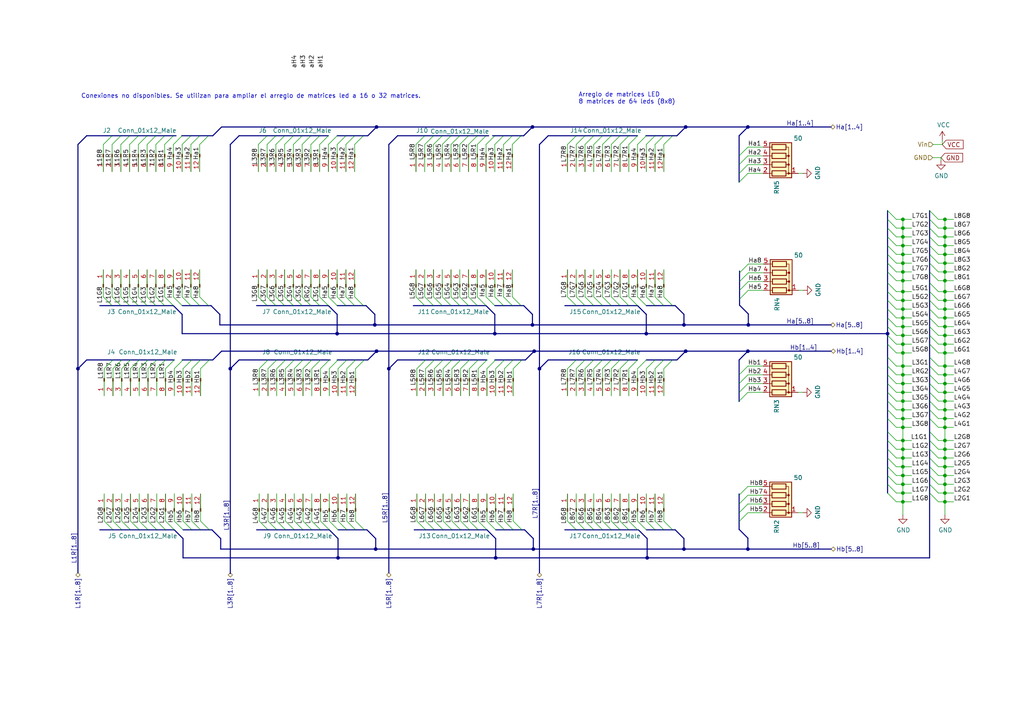
<source format=kicad_sch>
(kicad_sch (version 20211123) (generator eeschema)
  (paper "A4")
  (junction (at 261.874 116.332))
  (junction (at 261.874 130.302))
  (junction (at 261.874 73.787))
  (junction (at 274.066 81.407))
  (junction (at 198.374 159.258))
  (junction (at 216.916 159.258))
  (junction (at 261.874 111.252))
  (junction (at 274.066 127.762))
  (junction (at 274.066 108.712))
  (junction (at 109.22 101.854))
  (junction (at 274.066 73.787))
  (junction (at 261.874 81.407))
  (junction (at 154.432 36.83))
  (junction (at 274.066 145.542))
  (junction (at 274.066 94.742))
  (junction (at 274.066 68.707))
  (junction (at 274.066 78.867))
  (junction (at 274.066 140.462))
  (junction (at 274.066 63.627))
  (junction (at 274.066 89.662))
  (junction (at 98.044 161.798))
  (junction (at 198.882 36.83))
  (junction (at 261.874 137.922))
  (junction (at 261.874 145.542))
  (junction (at 108.966 159.258))
  (junction (at 274.066 132.842))
  (junction (at 261.874 87.122))
  (junction (at 187.706 161.798))
  (junction (at 66.802 106.934))
  (junction (at 274.066 106.172))
  (junction (at 154.686 159.258))
  (junction (at 112.776 106.934))
  (junction (at 274.066 84.582))
  (junction (at 274.066 99.822))
  (junction (at 261.874 102.362))
  (junction (at 261.874 118.872))
  (junction (at 156.464 106.934))
  (junction (at 261.874 99.822))
  (junction (at 97.79 96.774))
  (junction (at 261.874 123.952))
  (junction (at 22.606 106.934))
  (junction (at 261.874 63.627))
  (junction (at 261.874 92.202))
  (junction (at 154.432 94.234))
  (junction (at 108.712 94.234))
  (junction (at 274.066 116.332))
  (junction (at 274.066 92.202))
  (junction (at 274.066 118.872))
  (junction (at 261.874 143.002))
  (junction (at 257.429 96.774))
  (junction (at 261.874 94.742))
  (junction (at 261.874 106.172))
  (junction (at 143.51 96.774))
  (junction (at 274.066 102.362))
  (junction (at 261.874 97.282))
  (junction (at 261.874 135.382))
  (junction (at 217.043 94.234))
  (junction (at 261.874 78.867))
  (junction (at 274.066 143.002))
  (junction (at 274.066 113.792))
  (junction (at 274.066 137.922))
  (junction (at 261.874 66.167))
  (junction (at 261.874 76.327))
  (junction (at 261.874 127.762))
  (junction (at 261.874 68.707))
  (junction (at 261.874 84.582))
  (junction (at 143.764 161.798))
  (junction (at 198.374 94.234))
  (junction (at 109.22 36.83))
  (junction (at 274.066 66.167))
  (junction (at 261.874 71.247))
  (junction (at 261.874 108.712))
  (junction (at 198.882 101.854))
  (junction (at 187.452 96.774))
  (junction (at 274.066 111.252))
  (junction (at 154.94 101.854))
  (junction (at 274.066 71.247))
  (junction (at 261.874 89.662))
  (junction (at 274.066 76.327))
  (junction (at 261.874 132.842))
  (junction (at 216.916 36.83))
  (junction (at 274.066 121.412))
  (junction (at 274.066 135.382))
  (junction (at 216.916 101.854))
  (junction (at 274.066 97.282))
  (junction (at 261.874 113.792))
  (junction (at 274.066 87.122))
  (junction (at 261.874 121.412))
  (junction (at 274.066 130.302))
  (junction (at 274.066 123.952))
  (junction (at 261.874 140.462))
  (bus_entry (at 269.621 143.002) (size 2.54 2.54))
  (bus_entry (at 257.429 143.002) (size 2.54 2.54))
  (bus_entry (at 120.65 86.106) (size 2.54 2.54))
  (bus_entry (at 87.63 41.91) (size 2.54 -2.54))
  (bus_entry (at 187.452 106.934) (size 2.54 -2.54))
  (bus_entry (at 53.086 151.13) (size 2.54 2.54))
  (bus_entry (at 269.621 108.712) (size 2.54 2.54))
  (bus_entry (at 184.912 106.934) (size 2.54 -2.54))
  (bus_entry (at 130.81 86.106) (size 2.54 2.54))
  (bus_entry (at 80.264 151.13) (size 2.54 2.54))
  (bus_entry (at 257.429 132.842) (size 2.54 2.54))
  (bus_entry (at 214.376 113.792) (size 2.54 -2.54))
  (bus_entry (at 269.621 71.247) (size 2.54 2.54))
  (bus_entry (at 85.344 106.934) (size 2.54 -2.54))
  (bus_entry (at 269.621 111.252) (size 2.54 2.54))
  (bus_entry (at 95.504 151.13) (size 2.54 2.54))
  (bus_entry (at 74.93 41.91) (size 2.54 -2.54))
  (bus_entry (at 257.429 82.042) (size 2.54 2.54))
  (bus_entry (at 102.87 41.91) (size 2.54 -2.54))
  (bus_entry (at 130.81 41.91) (size 2.54 -2.54))
  (bus_entry (at 214.376 50.292) (size 2.54 -2.54))
  (bus_entry (at 143.764 106.934) (size 2.54 -2.54))
  (bus_entry (at 45.466 151.13) (size 2.54 2.54))
  (bus_entry (at 29.972 86.106) (size 2.54 2.54))
  (bus_entry (at 269.621 106.172) (size 2.54 2.54))
  (bus_entry (at 138.684 151.13) (size 2.54 2.54))
  (bus_entry (at 269.621 127.762) (size 2.54 2.54))
  (bus_entry (at 55.626 151.13) (size 2.54 2.54))
  (bus_entry (at 167.132 151.13) (size 2.54 2.54))
  (bus_entry (at 189.992 151.13) (size 2.54 2.54))
  (bus_entry (at 269.621 99.822) (size 2.54 2.54))
  (bus_entry (at 100.33 86.106) (size 2.54 2.54))
  (bus_entry (at 184.912 151.13) (size 2.54 2.54))
  (bus_entry (at 103.124 151.13) (size 2.54 2.54))
  (bus_entry (at 174.752 106.934) (size 2.54 -2.54))
  (bus_entry (at 257.429 73.787) (size 2.54 2.54))
  (bus_entry (at 133.35 86.106) (size 2.54 2.54))
  (bus_entry (at 45.466 106.934) (size 2.54 -2.54))
  (bus_entry (at 184.912 86.106) (size 2.54 2.54))
  (bus_entry (at 257.429 106.172) (size 2.54 2.54))
  (bus_entry (at 257.429 66.167) (size 2.54 2.54))
  (bus_entry (at 82.804 106.934) (size 2.54 -2.54))
  (bus_entry (at 257.429 92.202) (size 2.54 2.54))
  (bus_entry (at 120.904 151.13) (size 2.54 2.54))
  (bus_entry (at 102.87 86.106) (size 2.54 2.54))
  (bus_entry (at 32.512 86.106) (size 2.54 2.54))
  (bus_entry (at 42.672 41.91) (size 2.54 -2.54))
  (bus_entry (at 167.132 106.934) (size 2.54 -2.54))
  (bus_entry (at 269.621 87.122) (size 2.54 2.54))
  (bus_entry (at 177.292 106.934) (size 2.54 -2.54))
  (bus_entry (at 30.226 151.13) (size 2.54 2.54))
  (bus_entry (at 40.132 86.106) (size 2.54 2.54))
  (bus_entry (at 257.429 118.872) (size 2.54 2.54))
  (bus_entry (at 136.144 151.13) (size 2.54 2.54))
  (bus_entry (at 138.43 86.106) (size 2.54 2.54))
  (bus_entry (at 131.064 106.934) (size 2.54 -2.54))
  (bus_entry (at 90.424 106.934) (size 2.54 -2.54))
  (bus_entry (at 146.304 151.13) (size 2.54 2.54))
  (bus_entry (at 214.376 52.832) (size 2.54 -2.54))
  (bus_entry (at 95.504 106.934) (size 2.54 -2.54))
  (bus_entry (at 138.43 41.91) (size 2.54 -2.54))
  (bus_entry (at 148.59 86.106) (size 2.54 2.54))
  (bus_entry (at 148.844 106.934) (size 2.54 -2.54))
  (bus_entry (at 131.064 151.13) (size 2.54 2.54))
  (bus_entry (at 75.184 106.934) (size 2.54 -2.54))
  (bus_entry (at 35.306 151.13) (size 2.54 2.54))
  (bus_entry (at 30.226 106.934) (size 2.54 -2.54))
  (bus_entry (at 269.621 94.742) (size 2.54 2.54))
  (bus_entry (at 52.832 41.91) (size 2.54 -2.54))
  (bus_entry (at 269.621 140.462) (size 2.54 2.54))
  (bus_entry (at 269.621 63.627) (size 2.54 2.54))
  (bus_entry (at 177.292 86.106) (size 2.54 2.54))
  (bus_entry (at 85.344 151.13) (size 2.54 2.54))
  (bus_entry (at 214.376 116.332) (size 2.54 -2.54))
  (bus_entry (at 179.832 41.91) (size 2.54 -2.54))
  (bus_entry (at 133.604 151.13) (size 2.54 2.54))
  (bus_entry (at 80.01 41.91) (size 2.54 -2.54))
  (bus_entry (at 85.09 86.106) (size 2.54 2.54))
  (bus_entry (at 148.844 151.13) (size 2.54 2.54))
  (bus_entry (at 48.006 151.13) (size 2.54 2.54))
  (bus_entry (at 174.752 86.106) (size 2.54 2.54))
  (bus_entry (at 257.429 84.582) (size 2.54 2.54))
  (bus_entry (at 57.912 86.106) (size 2.54 2.54))
  (bus_entry (at 143.51 86.106) (size 2.54 2.54))
  (bus_entry (at 98.044 151.13) (size 2.54 2.54))
  (bus_entry (at 189.992 41.91) (size 2.54 -2.54))
  (bus_entry (at 146.05 41.91) (size 2.54 -2.54))
  (bus_entry (at 214.376 108.712) (size 2.54 -2.54))
  (bus_entry (at 47.752 86.106) (size 2.54 2.54))
  (bus_entry (at 257.429 125.222) (size 2.54 2.54))
  (bus_entry (at 214.376 151.257) (size 2.54 -2.54))
  (bus_entry (at 37.846 106.934) (size 2.54 -2.54))
  (bus_entry (at 214.376 148.717) (size 2.54 -2.54))
  (bus_entry (at 138.684 106.934) (size 2.54 -2.54))
  (bus_entry (at 169.672 41.91) (size 2.54 -2.54))
  (bus_entry (at 184.912 41.91) (size 2.54 -2.54))
  (bus_entry (at 269.621 89.662) (size 2.54 2.54))
  (bus_entry (at 85.09 41.91) (size 2.54 -2.54))
  (bus_entry (at 269.621 78.867) (size 2.54 2.54))
  (bus_entry (at 269.621 97.282) (size 2.54 2.54))
  (bus_entry (at 80.01 86.106) (size 2.54 2.54))
  (bus_entry (at 92.964 106.934) (size 2.54 -2.54))
  (bus_entry (at 269.621 92.202) (size 2.54 2.54))
  (bus_entry (at 257.429 111.252) (size 2.54 2.54))
  (bus_entry (at 40.386 151.13) (size 2.54 2.54))
  (bus_entry (at 42.926 106.934) (size 2.54 -2.54))
  (bus_entry (at 167.132 41.91) (size 2.54 -2.54))
  (bus_entry (at 141.224 106.934) (size 2.54 -2.54))
  (bus_entry (at 257.429 76.327) (size 2.54 2.54))
  (bus_entry (at 269.621 118.872) (size 2.54 2.54))
  (bus_entry (at 192.532 86.106) (size 2.54 2.54))
  (bus_entry (at 32.766 151.13) (size 2.54 2.54))
  (bus_entry (at 136.144 106.934) (size 2.54 -2.54))
  (bus_entry (at 257.429 113.792) (size 2.54 2.54))
  (bus_entry (at 148.59 41.91) (size 2.54 -2.54))
  (bus_entry (at 40.132 41.91) (size 2.54 -2.54))
  (bus_entry (at 269.621 121.412) (size 2.54 2.54))
  (bus_entry (at 214.376 143.637) (size 2.54 -2.54))
  (bus_entry (at 269.621 68.707) (size 2.54 2.54))
  (bus_entry (at 257.429 135.382) (size 2.54 2.54))
  (bus_entry (at 128.27 41.91) (size 2.54 -2.54))
  (bus_entry (at 140.97 86.106) (size 2.54 2.54))
  (bus_entry (at 55.372 41.91) (size 2.54 -2.54))
  (bus_entry (at 123.444 151.13) (size 2.54 2.54))
  (bus_entry (at 177.292 41.91) (size 2.54 -2.54))
  (bus_entry (at 77.47 86.106) (size 2.54 2.54))
  (bus_entry (at 172.212 106.934) (size 2.54 -2.54))
  (bus_entry (at 40.386 106.934) (size 2.54 -2.54))
  (bus_entry (at 187.452 151.13) (size 2.54 2.54))
  (bus_entry (at 174.752 151.13) (size 2.54 2.54))
  (bus_entry (at 257.429 140.462) (size 2.54 2.54))
  (bus_entry (at 45.212 86.106) (size 2.54 2.54))
  (bus_entry (at 269.621 82.042) (size 2.54 2.54))
  (bus_entry (at 74.93 86.106) (size 2.54 2.54))
  (bus_entry (at 125.73 86.106) (size 2.54 2.54))
  (bus_entry (at 100.33 41.91) (size 2.54 -2.54))
  (bus_entry (at 123.19 86.106) (size 2.54 2.54))
  (bus_entry (at 90.424 151.13) (size 2.54 2.54))
  (bus_entry (at 257.429 71.247) (size 2.54 2.54))
  (bus_entry (at 45.212 41.91) (size 2.54 -2.54))
  (bus_entry (at 87.884 151.13) (size 2.54 2.54))
  (bus_entry (at 169.672 151.13) (size 2.54 2.54))
  (bus_entry (at 182.372 41.91) (size 2.54 -2.54))
  (bus_entry (at 174.752 41.91) (size 2.54 -2.54))
  (bus_entry (at 257.429 130.302) (size 2.54 2.54))
  (bus_entry (at 57.912 41.91) (size 2.54 -2.54))
  (bus_entry (at 257.429 68.707) (size 2.54 2.54))
  (bus_entry (at 50.546 151.13) (size 2.54 2.54))
  (bus_entry (at 100.584 151.13) (size 2.54 2.54))
  (bus_entry (at 257.429 137.922) (size 2.54 2.54))
  (bus_entry (at 82.804 151.13) (size 2.54 2.54))
  (bus_entry (at 214.503 81.661) (size 2.54 -2.54))
  (bus_entry (at 128.27 86.106) (size 2.54 2.54))
  (bus_entry (at 214.376 111.252) (size 2.54 -2.54))
  (bus_entry (at 164.592 151.13) (size 2.54 2.54))
  (bus_entry (at 47.752 41.91) (size 2.54 -2.54))
  (bus_entry (at 135.89 86.106) (size 2.54 2.54))
  (bus_entry (at 257.429 89.662) (size 2.54 2.54))
  (bus_entry (at 257.429 94.742) (size 2.54 2.54))
  (bus_entry (at 123.19 41.91) (size 2.54 -2.54))
  (bus_entry (at 257.429 103.632) (size 2.54 2.54))
  (bus_entry (at 35.052 86.106) (size 2.54 2.54))
  (bus_entry (at 97.79 86.106) (size 2.54 2.54))
  (bus_entry (at 192.532 41.91) (size 2.54 -2.54))
  (bus_entry (at 35.052 41.91) (size 2.54 -2.54))
  (bus_entry (at 37.592 41.91) (size 2.54 -2.54))
  (bus_entry (at 146.05 86.106) (size 2.54 2.54))
  (bus_entry (at 167.132 86.106) (size 2.54 2.54))
  (bus_entry (at 82.55 41.91) (size 2.54 -2.54))
  (bus_entry (at 35.306 106.934) (size 2.54 -2.54))
  (bus_entry (at 52.832 86.106) (size 2.54 2.54))
  (bus_entry (at 172.212 86.106) (size 2.54 2.54))
  (bus_entry (at 182.372 86.106) (size 2.54 2.54))
  (bus_entry (at 42.926 151.13) (size 2.54 2.54))
  (bus_entry (at 87.884 106.934) (size 2.54 -2.54))
  (bus_entry (at 189.992 106.934) (size 2.54 -2.54))
  (bus_entry (at 164.592 106.934) (size 2.54 -2.54))
  (bus_entry (at 92.964 151.13) (size 2.54 2.54))
  (bus_entry (at 133.604 106.934) (size 2.54 -2.54))
  (bus_entry (at 269.621 132.842) (size 2.54 2.54))
  (bus_entry (at 214.376 45.212) (size 2.54 -2.54))
  (bus_entry (at 269.621 84.582) (size 2.54 2.54))
  (bus_entry (at 125.984 106.934) (size 2.54 -2.54))
  (bus_entry (at 48.006 106.934) (size 2.54 -2.54))
  (bus_entry (at 98.044 106.934) (size 2.54 -2.54))
  (bus_entry (at 135.89 41.91) (size 2.54 -2.54))
  (bus_entry (at 169.672 86.106) (size 2.54 2.54))
  (bus_entry (at 269.621 113.792) (size 2.54 2.54))
  (bus_entry (at 164.592 41.91) (size 2.54 -2.54))
  (bus_entry (at 77.724 151.13) (size 2.54 2.54))
  (bus_entry (at 269.621 137.922) (size 2.54 2.54))
  (bus_entry (at 269.621 135.382) (size 2.54 2.54))
  (bus_entry (at 257.429 121.412) (size 2.54 2.54))
  (bus_entry (at 92.71 86.106) (size 2.54 2.54))
  (bus_entry (at 50.292 41.91) (size 2.54 -2.54))
  (bus_entry (at 143.51 41.91) (size 2.54 -2.54))
  (bus_entry (at 143.764 151.13) (size 2.54 2.54))
  (bus_entry (at 37.846 151.13) (size 2.54 2.54))
  (bus_entry (at 179.832 151.13) (size 2.54 2.54))
  (bus_entry (at 257.429 116.332) (size 2.54 2.54))
  (bus_entry (at 95.25 86.106) (size 2.54 2.54))
  (bus_entry (at 42.672 86.106) (size 2.54 2.54))
  (bus_entry (at 87.63 86.106) (size 2.54 2.54))
  (bus_entry (at 269.621 76.327) (size 2.54 2.54))
  (bus_entry (at 214.376 47.752) (size 2.54 -2.54))
  (bus_entry (at 29.972 41.91) (size 2.54 -2.54))
  (bus_entry (at 123.444 106.934) (size 2.54 -2.54))
  (bus_entry (at 58.166 151.13) (size 2.54 2.54))
  (bus_entry (at 55.372 86.106) (size 2.54 2.54))
  (bus_entry (at 82.55 86.106) (size 2.54 2.54))
  (bus_entry (at 77.724 106.934) (size 2.54 -2.54))
  (bus_entry (at 80.264 106.934) (size 2.54 -2.54))
  (bus_entry (at 269.621 116.332) (size 2.54 2.54))
  (bus_entry (at 189.992 86.106) (size 2.54 2.54))
  (bus_entry (at 257.429 87.122) (size 2.54 2.54))
  (bus_entry (at 257.429 78.867) (size 2.54 2.54))
  (bus_entry (at 269.621 73.787) (size 2.54 2.54))
  (bus_entry (at 214.503 86.741) (size 2.54 -2.54))
  (bus_entry (at 37.592 86.106) (size 2.54 2.54))
  (bus_entry (at 103.124 106.934) (size 2.54 -2.54))
  (bus_entry (at 55.626 106.934) (size 2.54 -2.54))
  (bus_entry (at 140.97 41.91) (size 2.54 -2.54))
  (bus_entry (at 269.621 61.087) (size 2.54 2.54))
  (bus_entry (at 257.429 127.762) (size 2.54 2.54))
  (bus_entry (at 214.503 84.201) (size 2.54 -2.54))
  (bus_entry (at 53.086 106.934) (size 2.54 -2.54))
  (bus_entry (at 164.592 86.106) (size 2.54 2.54))
  (bus_entry (at 120.904 106.934) (size 2.54 -2.54))
  (bus_entry (at 125.73 41.91) (size 2.54 -2.54))
  (bus_entry (at 97.79 41.91) (size 2.54 -2.54))
  (bus_entry (at 120.65 41.91) (size 2.54 -2.54))
  (bus_entry (at 32.512 41.91) (size 2.54 -2.54))
  (bus_entry (at 75.184 151.13) (size 2.54 2.54))
  (bus_entry (at 100.584 106.934) (size 2.54 -2.54))
  (bus_entry (at 269.621 125.222) (size 2.54 2.54))
  (bus_entry (at 257.429 61.087) (size 2.54 2.54))
  (bus_entry (at 95.25 41.91) (size 2.54 -2.54))
  (bus_entry (at 177.292 151.13) (size 2.54 2.54))
  (bus_entry (at 169.672 106.934) (size 2.54 -2.54))
  (bus_entry (at 214.503 79.121) (size 2.54 -2.54))
  (bus_entry (at 58.166 106.934) (size 2.54 -2.54))
  (bus_entry (at 133.35 41.91) (size 2.54 -2.54))
  (bus_entry (at 257.429 97.282) (size 2.54 2.54))
  (bus_entry (at 128.524 106.934) (size 2.54 -2.54))
  (bus_entry (at 92.71 41.91) (size 2.54 -2.54))
  (bus_entry (at 50.546 106.934) (size 2.54 -2.54))
  (bus_entry (at 90.17 86.106) (size 2.54 2.54))
  (bus_entry (at 179.832 86.106) (size 2.54 2.54))
  (bus_entry (at 128.524 151.13) (size 2.54 2.54))
  (bus_entry (at 192.532 106.934) (size 2.54 -2.54))
  (bus_entry (at 50.292 86.106) (size 2.54 2.54))
  (bus_entry (at 257.429 108.712) (size 2.54 2.54))
  (bus_entry (at 125.984 151.13) (size 2.54 2.54))
  (bus_entry (at 141.224 151.13) (size 2.54 2.54))
  (bus_entry (at 32.766 106.934) (size 2.54 -2.54))
  (bus_entry (at 172.212 151.13) (size 2.54 2.54))
  (bus_entry (at 172.212 41.91) (size 2.54 -2.54))
  (bus_entry (at 257.429 63.627) (size 2.54 2.54))
  (bus_entry (at 257.429 99.822) (size 2.54 2.54))
  (bus_entry (at 269.621 103.632) (size 2.54 2.54))
  (bus_entry (at 90.17 41.91) (size 2.54 -2.54))
  (bus_entry (at 269.621 66.167) (size 2.54 2.54))
  (bus_entry (at 179.832 106.934) (size 2.54 -2.54))
  (bus_entry (at 187.452 86.106) (size 2.54 2.54))
  (bus_entry (at 146.304 106.934) (size 2.54 -2.54))
  (bus_entry (at 182.372 151.13) (size 2.54 2.54))
  (bus_entry (at 269.621 130.302) (size 2.54 2.54))
  (bus_entry (at 187.452 41.91) (size 2.54 -2.54))
  (bus_entry (at 214.376 146.177) (size 2.54 -2.54))
  (bus_entry (at 77.47 41.91) (size 2.54 -2.54))
  (bus_entry (at 192.532 151.13) (size 2.54 2.54))
  (bus_entry (at 182.372 106.934) (size 2.54 -2.54))
  (wire (pts (xy 75.184 143.256) (xy 75.184 151.13)))
  (bus (pts (xy 214.376 148.717) (xy 214.376 151.257)))
  (bus (pts (xy 269.621 125.222) (xy 269.621 127.762)))
  (bus (pts (xy 187.452 88.646) (xy 189.992 88.646)))
  (bus (pts (xy 151.384 153.67) (xy 152.146 153.67)))
  (wire (pts (xy 264.414 140.462) (xy 261.874 140.462)))
  (bus (pts (xy 106.68 104.394) (xy 109.22 101.854)))
  (bus (pts (xy 92.964 104.394) (xy 95.504 104.394)))
  (wire (pts (xy 128.524 143.256) (xy 128.524 151.13)))
  (bus (pts (xy 57.912 39.37) (xy 60.452 39.37)))
  (wire (pts (xy 261.874 71.247) (xy 259.969 71.247)))
  (wire (pts (xy 143.764 143.256) (xy 143.764 151.13)))
  (wire (pts (xy 148.59 78.232) (xy 148.59 86.106)))
  (wire (pts (xy 276.606 89.662) (xy 274.066 89.662)))
  (wire (pts (xy 32.512 49.784) (xy 32.512 41.91)))
  (bus (pts (xy 53.086 104.394) (xy 55.626 104.394)))
  (bus (pts (xy 257.429 111.252) (xy 257.429 113.792)))
  (wire (pts (xy 261.874 81.407) (xy 264.414 81.407)))
  (wire (pts (xy 50.292 49.784) (xy 50.292 41.91)))
  (wire (pts (xy 274.066 118.872) (xy 272.161 118.872)))
  (wire (pts (xy 264.414 116.332) (xy 261.874 116.332)))
  (wire (pts (xy 58.166 114.808) (xy 58.166 106.934)))
  (wire (pts (xy 216.916 106.172) (xy 221.361 106.172)))
  (bus (pts (xy 198.374 159.258) (xy 216.916 159.258)))
  (wire (pts (xy 45.466 114.808) (xy 45.466 106.934)))
  (wire (pts (xy 125.984 114.808) (xy 125.984 106.934)))
  (bus (pts (xy 123.444 104.394) (xy 125.984 104.394)))
  (bus (pts (xy 177.292 153.67) (xy 179.832 153.67)))
  (wire (pts (xy 187.452 49.784) (xy 187.452 41.91)))
  (wire (pts (xy 82.804 114.808) (xy 82.804 106.934)))
  (wire (pts (xy 217.043 79.121) (xy 221.488 79.121)))
  (bus (pts (xy 269.621 92.202) (xy 269.621 94.742)))
  (wire (pts (xy 231.521 113.792) (xy 232.791 113.792)))
  (bus (pts (xy 74.422 88.646) (xy 77.47 88.646)))
  (wire (pts (xy 37.846 143.256) (xy 37.846 151.13)))
  (wire (pts (xy 55.372 49.784) (xy 55.372 41.91)))
  (wire (pts (xy 75.184 114.808) (xy 75.184 106.934)))
  (bus (pts (xy 50.546 153.67) (xy 53.086 156.21)))
  (bus (pts (xy 257.429 76.327) (xy 257.429 78.867)))
  (wire (pts (xy 273.304 41.91) (xy 273.304 40.64)))
  (wire (pts (xy 125.984 143.256) (xy 125.984 151.13)))
  (bus (pts (xy 45.466 153.67) (xy 48.006 153.67)))
  (wire (pts (xy 261.874 116.332) (xy 261.874 118.872)))
  (wire (pts (xy 261.874 140.462) (xy 261.874 143.002)))
  (wire (pts (xy 216.916 141.097) (xy 221.361 141.097)))
  (bus (pts (xy 95.25 88.646) (xy 97.79 91.186)))
  (bus (pts (xy 172.212 88.646) (xy 174.752 88.646)))
  (bus (pts (xy 105.664 104.394) (xy 106.68 104.394)))
  (wire (pts (xy 274.066 137.922) (xy 272.161 137.922)))
  (bus (pts (xy 125.73 88.646) (xy 128.27 88.646)))
  (wire (pts (xy 264.414 71.247) (xy 261.874 71.247)))
  (wire (pts (xy 261.874 102.362) (xy 261.874 106.172)))
  (wire (pts (xy 261.874 137.922) (xy 259.969 137.922)))
  (wire (pts (xy 50.546 143.256) (xy 50.546 151.13)))
  (wire (pts (xy 274.066 113.792) (xy 272.161 113.792)))
  (bus (pts (xy 257.429 99.822) (xy 257.429 103.632)))
  (bus (pts (xy 90.424 153.67) (xy 92.964 153.67)))
  (bus (pts (xy 32.512 88.646) (xy 35.052 88.646)))
  (wire (pts (xy 272.923 45.72) (xy 272.923 46.609)))
  (bus (pts (xy 172.212 153.67) (xy 174.752 153.67)))
  (wire (pts (xy 261.874 63.627) (xy 259.969 63.627)))
  (wire (pts (xy 77.724 114.808) (xy 77.724 106.934)))
  (wire (pts (xy 261.874 99.822) (xy 261.874 102.362)))
  (wire (pts (xy 32.766 114.808) (xy 32.766 106.934)))
  (bus (pts (xy 143.764 104.394) (xy 146.304 104.394)))
  (wire (pts (xy 80.264 114.808) (xy 80.264 106.934)))
  (wire (pts (xy 264.414 145.542) (xy 261.874 145.542)))
  (bus (pts (xy 177.292 104.394) (xy 179.832 104.394)))
  (wire (pts (xy 276.606 68.707) (xy 274.066 68.707)))
  (bus (pts (xy 82.804 104.394) (xy 85.344 104.394)))
  (wire (pts (xy 261.874 132.842) (xy 259.969 132.842)))
  (bus (pts (xy 198.374 91.186) (xy 198.374 94.234)))
  (wire (pts (xy 177.292 49.784) (xy 177.292 41.91)))
  (wire (pts (xy 274.066 94.742) (xy 272.161 94.742)))
  (bus (pts (xy 50.292 39.37) (xy 51.054 39.37)))
  (bus (pts (xy 154.432 94.234) (xy 198.374 94.234)))
  (bus (pts (xy 148.59 39.37) (xy 151.13 39.37)))
  (wire (pts (xy 135.89 78.232) (xy 135.89 86.106)))
  (bus (pts (xy 69.342 39.37) (xy 77.47 39.37)))
  (wire (pts (xy 274.066 94.742) (xy 274.066 97.282)))
  (bus (pts (xy 269.621 106.172) (xy 269.621 108.712)))
  (bus (pts (xy 187.452 39.37) (xy 189.992 39.37)))
  (bus (pts (xy 128.524 153.67) (xy 131.064 153.67)))
  (bus (pts (xy 97.79 39.37) (xy 100.33 39.37)))
  (wire (pts (xy 189.992 78.232) (xy 189.992 86.106)))
  (wire (pts (xy 264.414 97.282) (xy 261.874 97.282)))
  (bus (pts (xy 269.621 84.582) (xy 269.621 87.122)))
  (wire (pts (xy 274.066 87.122) (xy 274.066 84.582)))
  (bus (pts (xy 214.376 39.37) (xy 214.376 45.212)))
  (wire (pts (xy 30.226 114.808) (xy 30.226 106.934)))
  (wire (pts (xy 264.414 111.252) (xy 261.874 111.252)))
  (bus (pts (xy 135.89 88.646) (xy 138.43 88.646)))
  (wire (pts (xy 274.066 73.787) (xy 274.066 71.247)))
  (wire (pts (xy 216.916 146.177) (xy 221.361 146.177)))
  (wire (pts (xy 58.166 143.256) (xy 58.166 151.13)))
  (wire (pts (xy 172.212 143.256) (xy 172.212 151.13)))
  (wire (pts (xy 57.912 49.784) (xy 57.912 41.91)))
  (bus (pts (xy 257.429 63.627) (xy 257.429 66.167)))
  (bus (pts (xy 55.626 104.394) (xy 58.166 104.394)))
  (wire (pts (xy 261.874 89.662) (xy 261.874 87.122)))
  (wire (pts (xy 184.912 114.808) (xy 184.912 106.934)))
  (bus (pts (xy 69.342 104.394) (xy 77.724 104.394)))
  (bus (pts (xy 120.142 153.67) (xy 123.444 153.67)))
  (bus (pts (xy 103.124 104.394) (xy 105.664 104.394)))
  (bus (pts (xy 53.086 161.798) (xy 98.044 161.798)))
  (bus (pts (xy 143.51 88.646) (xy 146.05 88.646)))
  (bus (pts (xy 269.621 111.252) (xy 269.621 113.792)))
  (wire (pts (xy 274.066 99.822) (xy 272.161 99.822)))
  (wire (pts (xy 90.424 114.808) (xy 90.424 106.934)))
  (bus (pts (xy 154.432 36.83) (xy 198.882 36.83)))
  (wire (pts (xy 274.066 145.542) (xy 272.161 145.542)))
  (bus (pts (xy 269.621 63.627) (xy 269.621 66.167)))
  (wire (pts (xy 95.504 114.808) (xy 95.504 106.934)))
  (wire (pts (xy 261.874 97.282) (xy 261.874 99.822)))
  (wire (pts (xy 184.912 49.784) (xy 184.912 41.91)))
  (wire (pts (xy 177.292 114.808) (xy 177.292 106.934)))
  (bus (pts (xy 214.376 143.637) (xy 214.376 146.177)))
  (wire (pts (xy 274.066 116.332) (xy 274.066 118.872)))
  (wire (pts (xy 261.874 68.707) (xy 261.874 66.167)))
  (wire (pts (xy 276.606 92.202) (xy 274.066 92.202)))
  (bus (pts (xy 85.344 104.394) (xy 87.884 104.394)))
  (wire (pts (xy 261.874 92.202) (xy 259.969 92.202)))
  (wire (pts (xy 167.132 114.808) (xy 167.132 106.934)))
  (wire (pts (xy 261.874 145.542) (xy 261.874 149.352)))
  (wire (pts (xy 74.93 49.784) (xy 74.93 41.91)))
  (wire (pts (xy 270.637 41.91) (xy 273.304 41.91)))
  (bus (pts (xy 156.464 41.91) (xy 159.004 39.37)))
  (wire (pts (xy 264.414 127.762) (xy 261.874 127.762)))
  (bus (pts (xy 35.052 88.646) (xy 37.592 88.646)))
  (bus (pts (xy 143.51 91.186) (xy 143.51 96.774)))
  (wire (pts (xy 42.672 78.232) (xy 42.672 86.106)))
  (bus (pts (xy 138.684 104.394) (xy 141.224 104.394)))
  (bus (pts (xy 167.132 88.646) (xy 169.672 88.646)))
  (bus (pts (xy 154.686 159.258) (xy 198.374 159.258)))
  (bus (pts (xy 257.429 92.202) (xy 257.429 94.742)))
  (wire (pts (xy 140.97 49.784) (xy 140.97 41.91)))
  (bus (pts (xy 179.832 104.394) (xy 182.372 104.394)))
  (wire (pts (xy 274.066 99.822) (xy 274.066 102.362)))
  (bus (pts (xy 102.87 39.37) (xy 105.41 39.37)))
  (bus (pts (xy 80.264 104.394) (xy 82.804 104.394)))
  (bus (pts (xy 269.621 94.742) (xy 269.621 97.282)))
  (wire (pts (xy 29.972 49.784) (xy 29.972 41.91)))
  (bus (pts (xy 58.166 153.67) (xy 60.706 153.67)))
  (wire (pts (xy 182.372 49.784) (xy 182.372 41.91)))
  (wire (pts (xy 261.874 127.762) (xy 259.969 127.762)))
  (bus (pts (xy 40.386 153.67) (xy 42.926 153.67)))
  (wire (pts (xy 87.884 143.256) (xy 87.884 151.13)))
  (wire (pts (xy 216.916 111.252) (xy 221.361 111.252)))
  (wire (pts (xy 261.874 137.922) (xy 261.874 140.462)))
  (bus (pts (xy 154.686 156.21) (xy 154.686 159.258)))
  (bus (pts (xy 40.386 104.394) (xy 42.926 104.394)))
  (wire (pts (xy 216.916 108.712) (xy 221.361 108.712)))
  (wire (pts (xy 259.969 73.787) (xy 261.874 73.787)))
  (wire (pts (xy 276.606 84.582) (xy 274.066 84.582)))
  (wire (pts (xy 276.606 94.742) (xy 274.066 94.742)))
  (wire (pts (xy 138.43 49.784) (xy 138.43 41.91)))
  (bus (pts (xy 174.752 39.37) (xy 177.292 39.37)))
  (bus (pts (xy 80.01 39.37) (xy 82.55 39.37)))
  (wire (pts (xy 274.066 97.282) (xy 272.161 97.282)))
  (wire (pts (xy 164.592 49.784) (xy 164.592 41.91)))
  (wire (pts (xy 261.874 143.002) (xy 259.969 143.002)))
  (wire (pts (xy 274.066 106.172) (xy 274.066 108.712)))
  (bus (pts (xy 97.79 91.186) (xy 97.79 96.774)))
  (bus (pts (xy 108.712 91.186) (xy 108.712 94.234)))
  (wire (pts (xy 42.926 143.256) (xy 42.926 151.13)))
  (bus (pts (xy 269.621 108.712) (xy 269.621 111.252)))
  (wire (pts (xy 261.874 68.707) (xy 259.969 68.707)))
  (bus (pts (xy 257.429 127.762) (xy 257.429 130.302)))
  (bus (pts (xy 269.621 116.332) (xy 269.621 118.872)))
  (bus (pts (xy 257.429 140.462) (xy 257.429 143.002)))
  (bus (pts (xy 82.55 39.37) (xy 85.09 39.37)))
  (bus (pts (xy 55.372 88.646) (xy 57.912 88.646)))
  (wire (pts (xy 276.606 137.922) (xy 274.066 137.922)))
  (bus (pts (xy 123.19 39.37) (xy 125.73 39.37)))
  (bus (pts (xy 216.916 159.258) (xy 241.046 159.258)))
  (wire (pts (xy 261.874 78.867) (xy 264.414 78.867)))
  (bus (pts (xy 35.052 39.37) (xy 37.592 39.37)))
  (wire (pts (xy 274.066 137.922) (xy 274.066 140.462)))
  (wire (pts (xy 261.874 118.872) (xy 261.874 121.412)))
  (wire (pts (xy 274.066 132.842) (xy 274.066 135.382)))
  (wire (pts (xy 274.066 89.662) (xy 272.161 89.662)))
  (wire (pts (xy 55.372 78.232) (xy 55.372 86.106)))
  (wire (pts (xy 192.532 49.784) (xy 192.532 41.91)))
  (bus (pts (xy 214.376 151.257) (xy 214.376 153.543)))
  (wire (pts (xy 80.01 78.232) (xy 80.01 86.106)))
  (wire (pts (xy 167.132 49.784) (xy 167.132 41.91)))
  (wire (pts (xy 92.71 49.784) (xy 92.71 41.91)))
  (wire (pts (xy 174.752 78.232) (xy 174.752 86.106)))
  (wire (pts (xy 182.372 114.808) (xy 182.372 106.934)))
  (wire (pts (xy 123.19 49.784) (xy 123.19 41.91)))
  (wire (pts (xy 264.414 102.362) (xy 261.874 102.362)))
  (bus (pts (xy 269.621 87.122) (xy 269.621 89.662)))
  (bus (pts (xy 32.766 104.394) (xy 35.306 104.394)))
  (wire (pts (xy 274.066 102.362) (xy 272.161 102.362)))
  (bus (pts (xy 90.17 88.646) (xy 92.71 88.646)))
  (bus (pts (xy 143.764 156.21) (xy 143.764 161.798)))
  (bus (pts (xy 141.224 153.67) (xy 143.764 156.21)))
  (wire (pts (xy 261.874 66.167) (xy 259.969 66.167)))
  (wire (pts (xy 136.144 114.808) (xy 136.144 106.934)))
  (wire (pts (xy 261.874 132.842) (xy 261.874 135.382)))
  (wire (pts (xy 133.604 143.256) (xy 133.604 151.13)))
  (wire (pts (xy 264.414 89.662) (xy 261.874 89.662)))
  (wire (pts (xy 120.904 143.256) (xy 120.904 151.13)))
  (bus (pts (xy 192.532 88.646) (xy 195.072 88.646)))
  (wire (pts (xy 128.27 78.232) (xy 128.27 86.106)))
  (wire (pts (xy 261.874 135.382) (xy 259.969 135.382)))
  (wire (pts (xy 274.066 94.742) (xy 274.066 92.202)))
  (wire (pts (xy 274.066 140.462) (xy 272.161 140.462)))
  (bus (pts (xy 257.429 96.774) (xy 257.429 97.282)))
  (bus (pts (xy 269.621 71.247) (xy 269.621 73.787)))
  (wire (pts (xy 274.066 130.302) (xy 272.161 130.302)))
  (wire (pts (xy 164.592 114.808) (xy 164.592 106.934)))
  (bus (pts (xy 214.376 116.332) (xy 214.376 116.459)))
  (wire (pts (xy 187.452 114.808) (xy 187.452 106.934)))
  (bus (pts (xy 136.144 104.394) (xy 138.684 104.394)))
  (bus (pts (xy 82.804 153.67) (xy 85.344 153.67)))
  (bus (pts (xy 269.621 140.462) (xy 269.621 143.002)))
  (wire (pts (xy 100.33 78.232) (xy 100.33 86.106)))
  (bus (pts (xy 61.722 39.37) (xy 64.262 36.83)))
  (wire (pts (xy 50.292 78.232) (xy 50.292 86.106)))
  (wire (pts (xy 82.804 143.256) (xy 82.804 151.13)))
  (wire (pts (xy 274.066 76.327) (xy 274.066 73.787)))
  (bus (pts (xy 187.706 161.798) (xy 269.621 161.798)))
  (bus (pts (xy 52.705 39.37) (xy 52.832 39.37)))
  (bus (pts (xy 195.072 88.646) (xy 195.834 88.646)))
  (bus (pts (xy 97.79 104.394) (xy 98.044 104.394)))
  (bus (pts (xy 187.452 91.186) (xy 187.452 96.774)))
  (bus (pts (xy 269.621 103.632) (xy 269.621 106.172)))
  (bus (pts (xy 123.19 88.646) (xy 125.73 88.646)))
  (wire (pts (xy 169.672 49.784) (xy 169.672 41.91)))
  (wire (pts (xy 261.874 108.712) (xy 261.874 111.252)))
  (bus (pts (xy 214.376 45.212) (xy 214.376 47.752)))
  (wire (pts (xy 169.672 114.808) (xy 169.672 106.934)))
  (bus (pts (xy 105.41 39.37) (xy 106.68 39.37)))
  (wire (pts (xy 184.912 78.232) (xy 184.912 86.106)))
  (bus (pts (xy 52.832 104.394) (xy 53.086 104.394)))
  (wire (pts (xy 45.466 143.256) (xy 45.466 151.13)))
  (wire (pts (xy 55.626 114.808) (xy 55.626 106.934)))
  (wire (pts (xy 274.066 66.167) (xy 274.066 63.627)))
  (bus (pts (xy 22.606 106.934) (xy 22.606 166.116)))
  (wire (pts (xy 276.606 99.822) (xy 274.066 99.822)))
  (bus (pts (xy 196.342 39.37) (xy 198.882 36.83)))
  (bus (pts (xy 177.292 88.646) (xy 179.832 88.646)))
  (bus (pts (xy 87.63 88.646) (xy 90.17 88.646)))
  (bus (pts (xy 53.086 153.67) (xy 55.626 153.67)))
  (bus (pts (xy 159.004 39.37) (xy 167.132 39.37)))
  (bus (pts (xy 80.01 88.646) (xy 82.55 88.646)))
  (wire (pts (xy 274.066 116.332) (xy 272.161 116.332)))
  (bus (pts (xy 187.706 156.21) (xy 187.706 161.798)))
  (bus (pts (xy 189.992 88.646) (xy 192.532 88.646)))
  (bus (pts (xy 182.372 104.394) (xy 184.912 104.394)))
  (bus (pts (xy 257.429 130.302) (xy 257.429 132.842)))
  (wire (pts (xy 274.066 111.252) (xy 274.066 113.792)))
  (wire (pts (xy 189.992 143.256) (xy 189.992 151.13)))
  (bus (pts (xy 115.316 39.37) (xy 123.19 39.37)))
  (bus (pts (xy 214.376 111.252) (xy 214.376 113.792)))
  (wire (pts (xy 276.606 135.382) (xy 274.066 135.382)))
  (wire (pts (xy 57.912 78.232) (xy 57.912 86.106)))
  (bus (pts (xy 60.452 88.646) (xy 61.214 88.646)))
  (wire (pts (xy 272.161 78.867) (xy 274.066 78.867)))
  (bus (pts (xy 133.604 153.67) (xy 136.144 153.67)))
  (wire (pts (xy 261.874 92.202) (xy 261.874 89.662)))
  (bus (pts (xy 179.832 88.646) (xy 182.372 88.646)))
  (bus (pts (xy 64.008 156.21) (xy 64.008 159.258)))
  (wire (pts (xy 274.066 132.842) (xy 272.161 132.842)))
  (wire (pts (xy 37.846 114.808) (xy 37.846 106.934)))
  (bus (pts (xy 115.316 104.394) (xy 123.444 104.394)))
  (bus (pts (xy 143.51 39.37) (xy 146.05 39.37)))
  (wire (pts (xy 274.066 84.582) (xy 274.066 81.407)))
  (bus (pts (xy 112.776 41.91) (xy 115.316 39.37)))
  (wire (pts (xy 100.33 49.784) (xy 100.33 41.91)))
  (bus (pts (xy 61.468 153.67) (xy 64.008 156.21)))
  (bus (pts (xy 257.429 106.172) (xy 257.429 108.712)))
  (wire (pts (xy 189.992 49.784) (xy 189.992 41.91)))
  (wire (pts (xy 276.606 140.462) (xy 274.066 140.462)))
  (bus (pts (xy 156.464 106.934) (xy 156.464 166.116)))
  (wire (pts (xy 261.874 108.712) (xy 259.969 108.712)))
  (bus (pts (xy 109.22 36.83) (xy 154.432 36.83)))
  (wire (pts (xy 192.532 114.808) (xy 192.532 106.934)))
  (wire (pts (xy 50.546 114.808) (xy 50.546 106.934)))
  (wire (pts (xy 167.132 143.256) (xy 167.132 151.13)))
  (wire (pts (xy 87.63 49.784) (xy 87.63 41.91)))
  (wire (pts (xy 192.532 143.256) (xy 192.532 151.13)))
  (wire (pts (xy 217.043 76.581) (xy 221.488 76.581)))
  (wire (pts (xy 187.452 78.232) (xy 187.452 86.106)))
  (wire (pts (xy 92.964 143.256) (xy 92.964 151.13)))
  (wire (pts (xy 261.874 130.302) (xy 261.874 132.842)))
  (wire (pts (xy 274.066 108.712) (xy 274.066 111.252)))
  (bus (pts (xy 156.464 106.934) (xy 159.004 104.394)))
  (bus (pts (xy 146.304 104.394) (xy 148.844 104.394)))
  (bus (pts (xy 98.044 161.798) (xy 143.764 161.798)))
  (wire (pts (xy 40.132 49.784) (xy 40.132 41.91)))
  (bus (pts (xy 167.132 153.67) (xy 169.672 153.67)))
  (wire (pts (xy 174.752 143.256) (xy 174.752 151.13)))
  (bus (pts (xy 198.882 36.83) (xy 216.916 36.83)))
  (bus (pts (xy 257.429 125.222) (xy 257.429 127.762)))
  (wire (pts (xy 274.066 127.762) (xy 274.066 130.302)))
  (wire (pts (xy 133.35 49.784) (xy 133.35 41.91)))
  (bus (pts (xy 143.764 153.67) (xy 146.304 153.67)))
  (wire (pts (xy 274.066 123.952) (xy 274.066 127.762)))
  (bus (pts (xy 22.606 41.91) (xy 22.606 106.934)))
  (wire (pts (xy 264.414 66.167) (xy 261.874 66.167)))
  (wire (pts (xy 30.226 143.256) (xy 30.226 151.13)))
  (wire (pts (xy 261.874 102.362) (xy 259.969 102.362)))
  (wire (pts (xy 264.414 123.952) (xy 261.874 123.952)))
  (bus (pts (xy 52.832 96.774) (xy 97.79 96.774)))
  (bus (pts (xy 82.55 88.646) (xy 85.09 88.646)))
  (bus (pts (xy 77.724 104.394) (xy 80.264 104.394)))
  (bus (pts (xy 257.429 84.582) (xy 257.429 87.122)))
  (bus (pts (xy 100.33 88.646) (xy 102.87 88.646)))
  (wire (pts (xy 274.066 68.707) (xy 272.161 68.707)))
  (bus (pts (xy 269.621 68.707) (xy 269.621 71.247)))
  (wire (pts (xy 276.606 108.712) (xy 274.066 108.712)))
  (bus (pts (xy 192.532 153.67) (xy 195.072 153.67)))
  (wire (pts (xy 55.626 143.256) (xy 55.626 151.13)))
  (bus (pts (xy 25.146 39.37) (xy 32.512 39.37)))
  (bus (pts (xy 42.672 39.37) (xy 45.212 39.37)))
  (bus (pts (xy 125.984 153.67) (xy 128.524 153.67)))
  (bus (pts (xy 138.43 39.37) (xy 140.97 39.37)))
  (bus (pts (xy 105.41 88.646) (xy 106.172 88.646)))
  (wire (pts (xy 92.71 78.232) (xy 92.71 86.106)))
  (wire (pts (xy 276.606 63.627) (xy 274.066 63.627)))
  (bus (pts (xy 195.834 88.646) (xy 198.374 91.186)))
  (wire (pts (xy 276.606 116.332) (xy 274.066 116.332)))
  (bus (pts (xy 103.124 153.67) (xy 105.664 153.67)))
  (wire (pts (xy 264.414 63.627) (xy 261.874 63.627)))
  (bus (pts (xy 60.706 153.67) (xy 61.468 153.67)))
  (bus (pts (xy 130.81 39.37) (xy 133.35 39.37)))
  (bus (pts (xy 217.043 91.059) (xy 217.043 94.234)))
  (bus (pts (xy 42.926 153.67) (xy 45.466 153.67)))
  (bus (pts (xy 64.008 159.258) (xy 108.966 159.258)))
  (bus (pts (xy 257.429 82.042) (xy 257.429 84.582)))
  (bus (pts (xy 50.292 88.646) (xy 52.832 91.186)))
  (wire (pts (xy 264.414 106.172) (xy 261.874 106.172)))
  (wire (pts (xy 276.606 127.762) (xy 274.066 127.762)))
  (wire (pts (xy 261.874 97.282) (xy 259.969 97.282)))
  (bus (pts (xy 184.912 88.646) (xy 187.452 91.186)))
  (bus (pts (xy 257.429 71.247) (xy 257.429 73.787)))
  (bus (pts (xy 214.503 86.741) (xy 214.503 88.519)))
  (wire (pts (xy 274.066 66.167) (xy 272.161 66.167)))
  (bus (pts (xy 214.376 104.394) (xy 214.376 108.712)))
  (bus (pts (xy 131.064 104.394) (xy 133.604 104.394)))
  (wire (pts (xy 274.066 113.792) (xy 274.066 116.332)))
  (bus (pts (xy 269.621 121.412) (xy 269.621 125.222)))
  (wire (pts (xy 95.504 143.256) (xy 95.504 151.13)))
  (wire (pts (xy 261.874 113.792) (xy 259.969 113.792)))
  (wire (pts (xy 264.414 132.842) (xy 261.874 132.842)))
  (bus (pts (xy 151.892 39.37) (xy 154.432 36.83)))
  (bus (pts (xy 45.466 104.394) (xy 48.006 104.394)))
  (wire (pts (xy 264.414 130.302) (xy 261.874 130.302)))
  (wire (pts (xy 264.414 87.122) (xy 261.874 87.122)))
  (bus (pts (xy 151.384 104.394) (xy 152.4 104.394)))
  (wire (pts (xy 259.969 78.867) (xy 261.874 78.867)))
  (wire (pts (xy 274.066 71.247) (xy 272.161 71.247)))
  (bus (pts (xy 167.132 39.37) (xy 169.672 39.37)))
  (bus (pts (xy 106.172 88.646) (xy 108.712 91.186)))
  (bus (pts (xy 87.63 39.37) (xy 90.17 39.37)))
  (wire (pts (xy 182.372 78.232) (xy 182.372 86.106)))
  (wire (pts (xy 274.066 76.327) (xy 276.606 76.327)))
  (bus (pts (xy 66.802 41.91) (xy 69.342 39.37)))
  (bus (pts (xy 77.724 153.67) (xy 80.264 153.67)))
  (wire (pts (xy 274.066 111.252) (xy 272.161 111.252)))
  (bus (pts (xy 192.532 104.394) (xy 195.072 104.394)))
  (bus (pts (xy 269.621 61.087) (xy 269.621 63.627)))
  (bus (pts (xy 77.47 88.646) (xy 80.01 88.646)))
  (wire (pts (xy 261.874 135.382) (xy 261.874 137.922)))
  (bus (pts (xy 257.429 68.707) (xy 257.429 71.247)))
  (bus (pts (xy 32.512 39.37) (xy 35.052 39.37)))
  (bus (pts (xy 87.884 104.394) (xy 90.424 104.394)))
  (bus (pts (xy 163.83 88.646) (xy 167.132 88.646)))
  (bus (pts (xy 182.372 39.37) (xy 184.912 39.37)))
  (wire (pts (xy 276.606 145.542) (xy 274.066 145.542)))
  (wire (pts (xy 274.066 121.412) (xy 272.161 121.412)))
  (wire (pts (xy 87.884 114.808) (xy 87.884 106.934)))
  (wire (pts (xy 52.832 49.784) (xy 52.832 41.91)))
  (bus (pts (xy 125.73 39.37) (xy 128.27 39.37)))
  (bus (pts (xy 257.429 121.412) (xy 257.429 125.222)))
  (bus (pts (xy 37.592 88.646) (xy 40.132 88.646)))
  (wire (pts (xy 172.212 78.232) (xy 172.212 86.106)))
  (wire (pts (xy 103.124 143.256) (xy 103.124 151.13)))
  (bus (pts (xy 28.956 88.646) (xy 32.512 88.646)))
  (wire (pts (xy 146.05 78.232) (xy 146.05 86.106)))
  (bus (pts (xy 37.846 104.394) (xy 40.386 104.394)))
  (wire (pts (xy 85.09 78.232) (xy 85.09 86.106)))
  (wire (pts (xy 261.874 94.742) (xy 261.874 92.202)))
  (bus (pts (xy 58.166 104.394) (xy 60.706 104.394)))
  (wire (pts (xy 29.972 78.232) (xy 29.972 86.106)))
  (bus (pts (xy 174.752 153.67) (xy 177.292 153.67)))
  (bus (pts (xy 128.27 39.37) (xy 130.81 39.37)))
  (bus (pts (xy 90.424 104.394) (xy 92.964 104.394)))
  (wire (pts (xy 77.47 78.232) (xy 77.47 86.106)))
  (bus (pts (xy 142.875 39.37) (xy 143.51 39.37)))
  (wire (pts (xy 179.832 143.256) (xy 179.832 151.13)))
  (wire (pts (xy 261.874 87.122) (xy 259.969 87.122)))
  (wire (pts (xy 42.926 114.808) (xy 42.926 106.934)))
  (wire (pts (xy 45.212 78.232) (xy 45.212 86.106)))
  (wire (pts (xy 264.414 94.742) (xy 261.874 94.742)))
  (wire (pts (xy 274.066 81.407) (xy 276.606 81.407)))
  (wire (pts (xy 231.521 148.717) (xy 232.791 148.717)))
  (bus (pts (xy 92.964 153.67) (xy 95.504 153.67)))
  (bus (pts (xy 214.376 108.712) (xy 214.376 111.252)))
  (bus (pts (xy 151.13 39.37) (xy 151.892 39.37)))
  (bus (pts (xy 128.524 104.394) (xy 131.064 104.394)))
  (bus (pts (xy 87.884 153.67) (xy 90.424 153.67)))
  (wire (pts (xy 272.161 81.407) (xy 274.066 81.407)))
  (wire (pts (xy 123.444 143.256) (xy 123.444 151.13)))
  (bus (pts (xy 22.606 106.934) (xy 25.146 104.394)))
  (bus (pts (xy 269.621 89.662) (xy 269.621 92.202)))
  (wire (pts (xy 274.066 102.362) (xy 274.066 106.172)))
  (wire (pts (xy 264.414 84.582) (xy 261.874 84.582)))
  (wire (pts (xy 32.512 78.232) (xy 32.512 86.106)))
  (wire (pts (xy 40.386 143.256) (xy 40.386 151.13)))
  (bus (pts (xy 269.621 118.872) (xy 269.621 121.412)))
  (bus (pts (xy 133.604 104.394) (xy 136.144 104.394)))
  (bus (pts (xy 198.374 156.21) (xy 198.374 159.258)))
  (bus (pts (xy 100.584 153.67) (xy 103.124 153.67)))
  (bus (pts (xy 257.429 132.842) (xy 257.429 135.382)))
  (wire (pts (xy 148.844 114.808) (xy 148.844 106.934)))
  (wire (pts (xy 167.132 78.232) (xy 167.132 86.106)))
  (wire (pts (xy 74.93 78.232) (xy 74.93 86.106)))
  (wire (pts (xy 189.992 114.808) (xy 189.992 106.934)))
  (wire (pts (xy 37.592 49.784) (xy 37.592 41.91)))
  (bus (pts (xy 123.444 153.67) (xy 125.984 153.67)))
  (bus (pts (xy 105.664 153.67) (xy 106.426 153.67)))
  (wire (pts (xy 136.144 143.256) (xy 136.144 151.13)))
  (bus (pts (xy 42.672 88.646) (xy 45.212 88.646)))
  (bus (pts (xy 154.94 101.854) (xy 198.882 101.854)))
  (wire (pts (xy 261.874 106.172) (xy 259.969 106.172)))
  (bus (pts (xy 269.621 143.002) (xy 269.621 161.798)))
  (bus (pts (xy 63.754 91.186) (xy 63.754 94.234)))
  (bus (pts (xy 216.916 36.83) (xy 241.046 36.83)))
  (wire (pts (xy 274.066 84.582) (xy 272.161 84.582)))
  (bus (pts (xy 214.376 113.792) (xy 214.376 116.332)))
  (wire (pts (xy 140.97 78.232) (xy 140.97 86.106)))
  (wire (pts (xy 264.414 113.792) (xy 261.874 113.792)))
  (bus (pts (xy 214.503 81.661) (xy 214.503 84.201)))
  (bus (pts (xy 187.452 96.774) (xy 257.429 96.774)))
  (wire (pts (xy 47.752 78.232) (xy 47.752 86.106)))
  (bus (pts (xy 64.262 36.83) (xy 109.22 36.83)))
  (bus (pts (xy 214.503 78.613) (xy 214.503 79.121)))
  (wire (pts (xy 264.414 137.922) (xy 261.874 137.922)))
  (wire (pts (xy 261.874 121.412) (xy 259.969 121.412)))
  (wire (pts (xy 264.414 121.412) (xy 261.874 121.412)))
  (wire (pts (xy 120.65 49.784) (xy 120.65 41.91)))
  (wire (pts (xy 217.043 84.201) (xy 221.488 84.201)))
  (wire (pts (xy 172.212 49.784) (xy 172.212 41.91)))
  (wire (pts (xy 264.414 68.707) (xy 261.874 68.707)))
  (bus (pts (xy 92.71 39.37) (xy 95.25 39.37)))
  (wire (pts (xy 131.064 114.808) (xy 131.064 106.934)))
  (bus (pts (xy 269.621 99.822) (xy 269.621 103.632)))
  (wire (pts (xy 98.044 143.256) (xy 98.044 151.13)))
  (wire (pts (xy 276.606 106.172) (xy 274.066 106.172)))
  (wire (pts (xy 90.424 143.256) (xy 90.424 151.13)))
  (bus (pts (xy 217.043 94.234) (xy 241.046 94.234)))
  (bus (pts (xy 77.47 39.37) (xy 80.01 39.37)))
  (bus (pts (xy 133.35 39.37) (xy 135.89 39.37)))
  (bus (pts (xy 92.71 88.646) (xy 95.25 88.646)))
  (bus (pts (xy 119.888 88.646) (xy 123.19 88.646)))
  (bus (pts (xy 80.264 153.67) (xy 82.804 153.67)))
  (bus (pts (xy 60.452 39.37) (xy 61.722 39.37)))
  (bus (pts (xy 152.4 104.394) (xy 154.94 101.854)))
  (wire (pts (xy 264.414 92.202) (xy 261.874 92.202)))
  (wire (pts (xy 85.344 114.808) (xy 85.344 106.934)))
  (wire (pts (xy 216.916 47.752) (xy 221.361 47.752)))
  (bus (pts (xy 37.846 153.67) (xy 40.386 153.67)))
  (bus (pts (xy 143.51 104.394) (xy 143.764 104.394)))
  (wire (pts (xy 120.65 78.232) (xy 120.65 86.106)))
  (bus (pts (xy 37.592 39.37) (xy 40.132 39.37)))
  (bus (pts (xy 179.832 39.37) (xy 182.372 39.37)))
  (wire (pts (xy 276.606 66.167) (xy 274.066 66.167)))
  (bus (pts (xy 214.376 146.177) (xy 214.376 148.717)))
  (wire (pts (xy 274.066 81.407) (xy 274.066 78.867)))
  (bus (pts (xy 195.834 153.67) (xy 198.374 156.21)))
  (wire (pts (xy 177.292 143.256) (xy 177.292 151.13)))
  (wire (pts (xy 261.874 94.742) (xy 259.969 94.742)))
  (bus (pts (xy 48.006 153.67) (xy 50.546 153.67)))
  (wire (pts (xy 261.874 94.742) (xy 261.874 97.282)))
  (bus (pts (xy 151.892 88.646) (xy 154.432 91.186)))
  (wire (pts (xy 261.874 89.662) (xy 259.969 89.662)))
  (bus (pts (xy 106.426 153.67) (xy 108.966 156.21)))
  (wire (pts (xy 276.606 143.002) (xy 274.066 143.002)))
  (wire (pts (xy 85.344 143.256) (xy 85.344 151.13)))
  (bus (pts (xy 169.672 153.67) (xy 172.212 153.67)))
  (bus (pts (xy 163.83 153.67) (xy 167.132 153.67)))
  (wire (pts (xy 48.006 143.256) (xy 48.006 151.13)))
  (bus (pts (xy 143.764 161.798) (xy 187.706 161.798)))
  (bus (pts (xy 35.306 104.394) (xy 37.846 104.394)))
  (bus (pts (xy 40.132 39.37) (xy 42.672 39.37)))
  (bus (pts (xy 66.802 106.934) (xy 66.802 166.37)))
  (bus (pts (xy 189.992 104.394) (xy 192.532 104.394)))
  (wire (pts (xy 261.874 87.122) (xy 261.874 84.582)))
  (wire (pts (xy 141.224 114.808) (xy 141.224 106.934)))
  (wire (pts (xy 261.874 123.952) (xy 259.969 123.952)))
  (wire (pts (xy 261.874 84.582) (xy 259.969 84.582)))
  (bus (pts (xy 269.621 76.327) (xy 269.621 78.867)))
  (bus (pts (xy 167.132 104.394) (xy 169.672 104.394)))
  (wire (pts (xy 133.35 78.232) (xy 133.35 86.106)))
  (wire (pts (xy 97.79 78.232) (xy 97.79 86.106)))
  (bus (pts (xy 40.132 88.646) (xy 42.672 88.646)))
  (wire (pts (xy 261.874 113.792) (xy 261.874 116.332)))
  (bus (pts (xy 100.584 104.394) (xy 103.124 104.394)))
  (bus (pts (xy 214.503 84.201) (xy 214.503 86.741)))
  (wire (pts (xy 53.086 143.256) (xy 53.086 151.13)))
  (bus (pts (xy 169.672 104.394) (xy 172.212 104.394)))
  (wire (pts (xy 77.724 143.256) (xy 77.724 151.13)))
  (bus (pts (xy 130.81 88.646) (xy 133.35 88.646)))
  (bus (pts (xy 257.429 97.282) (xy 257.429 99.822)))
  (wire (pts (xy 261.874 127.762) (xy 261.874 130.302)))
  (wire (pts (xy 264.414 143.002) (xy 261.874 143.002)))
  (bus (pts (xy 172.212 39.37) (xy 174.752 39.37)))
  (wire (pts (xy 35.052 78.232) (xy 35.052 86.106)))
  (wire (pts (xy 264.414 99.822) (xy 261.874 99.822)))
  (bus (pts (xy 140.97 39.37) (xy 141.732 39.37)))
  (wire (pts (xy 216.916 148.717) (xy 221.361 148.717)))
  (wire (pts (xy 120.904 114.808) (xy 120.904 106.934)))
  (wire (pts (xy 174.752 49.784) (xy 174.752 41.91)))
  (bus (pts (xy 189.992 153.67) (xy 192.532 153.67)))
  (bus (pts (xy 214.376 153.543) (xy 216.916 156.083)))
  (wire (pts (xy 100.584 143.256) (xy 100.584 151.13)))
  (bus (pts (xy 102.87 88.646) (xy 105.41 88.646)))
  (wire (pts (xy 261.874 73.787) (xy 261.874 71.247)))
  (bus (pts (xy 187.325 39.37) (xy 187.452 39.37)))
  (wire (pts (xy 143.764 114.808) (xy 143.764 106.934)))
  (wire (pts (xy 146.304 143.256) (xy 146.304 151.13)))
  (wire (pts (xy 261.874 145.542) (xy 259.969 145.542)))
  (wire (pts (xy 274.066 106.172) (xy 272.161 106.172)))
  (wire (pts (xy 125.73 78.232) (xy 125.73 86.106)))
  (bus (pts (xy 25.146 104.394) (xy 32.766 104.394)))
  (wire (pts (xy 164.592 143.256) (xy 164.592 151.13)))
  (wire (pts (xy 95.25 78.232) (xy 95.25 86.106)))
  (wire (pts (xy 216.916 113.792) (xy 221.361 113.792)))
  (wire (pts (xy 216.916 45.212) (xy 221.361 45.212)))
  (bus (pts (xy 195.072 104.394) (xy 196.342 104.394)))
  (bus (pts (xy 269.621 66.167) (xy 269.621 68.707)))
  (wire (pts (xy 261.874 111.252) (xy 259.969 111.252)))
  (wire (pts (xy 274.066 143.002) (xy 272.161 143.002)))
  (wire (pts (xy 264.414 118.872) (xy 261.874 118.872)))
  (wire (pts (xy 47.752 49.784) (xy 47.752 41.91)))
  (bus (pts (xy 174.752 104.394) (xy 177.292 104.394)))
  (wire (pts (xy 264.414 108.712) (xy 261.874 108.712)))
  (bus (pts (xy 148.844 153.67) (xy 151.384 153.67)))
  (bus (pts (xy 95.504 104.394) (xy 95.758 104.394)))
  (bus (pts (xy 60.706 104.394) (xy 61.722 104.394)))
  (wire (pts (xy 276.606 102.362) (xy 274.066 102.362)))
  (bus (pts (xy 269.621 78.867) (xy 269.621 82.042)))
  (wire (pts (xy 261.874 84.582) (xy 261.874 81.407)))
  (wire (pts (xy 179.832 78.232) (xy 179.832 86.106)))
  (wire (pts (xy 261.874 99.822) (xy 259.969 99.822)))
  (wire (pts (xy 128.27 49.784) (xy 128.27 41.91)))
  (bus (pts (xy 152.146 153.67) (xy 154.686 156.21)))
  (wire (pts (xy 143.51 49.784) (xy 143.51 41.91)))
  (wire (pts (xy 276.606 121.412) (xy 274.066 121.412)))
  (bus (pts (xy 154.432 91.186) (xy 154.432 94.234)))
  (bus (pts (xy 269.621 127.762) (xy 269.621 130.302)))
  (bus (pts (xy 61.214 88.646) (xy 63.754 91.186)))
  (wire (pts (xy 192.532 78.232) (xy 192.532 86.106)))
  (wire (pts (xy 274.066 108.712) (xy 272.161 108.712)))
  (bus (pts (xy 112.776 106.934) (xy 115.316 104.394)))
  (bus (pts (xy 156.464 41.91) (xy 156.464 106.934)))
  (wire (pts (xy 276.606 97.282) (xy 274.066 97.282)))
  (wire (pts (xy 40.386 114.808) (xy 40.386 106.934)))
  (bus (pts (xy 74.422 153.67) (xy 77.724 153.67)))
  (bus (pts (xy 85.09 39.37) (xy 87.63 39.37)))
  (wire (pts (xy 125.73 49.784) (xy 125.73 41.91)))
  (bus (pts (xy 47.752 88.646) (xy 50.292 88.646)))
  (wire (pts (xy 274.066 130.302) (xy 274.066 132.842)))
  (bus (pts (xy 198.882 101.854) (xy 216.916 101.854)))
  (bus (pts (xy 146.05 88.646) (xy 148.59 88.646)))
  (bus (pts (xy 216.916 101.854) (xy 241.046 101.854)))
  (wire (pts (xy 216.916 42.672) (xy 221.361 42.672)))
  (bus (pts (xy 198.374 94.234) (xy 217.043 94.234)))
  (wire (pts (xy 274.066 135.382) (xy 274.066 137.922)))
  (wire (pts (xy 274.066 135.382) (xy 272.161 135.382)))
  (wire (pts (xy 90.17 78.232) (xy 90.17 86.106)))
  (bus (pts (xy 196.342 104.394) (xy 198.882 101.854)))
  (bus (pts (xy 257.429 87.122) (xy 257.429 89.662)))
  (wire (pts (xy 174.752 114.808) (xy 174.752 106.934)))
  (bus (pts (xy 108.966 156.21) (xy 108.966 159.258)))
  (wire (pts (xy 261.874 81.407) (xy 261.874 78.867)))
  (wire (pts (xy 187.452 143.256) (xy 187.452 151.13)))
  (wire (pts (xy 274.066 127.762) (xy 272.161 127.762)))
  (wire (pts (xy 103.124 114.808) (xy 103.124 106.934)))
  (wire (pts (xy 92.964 114.808) (xy 92.964 106.934)))
  (wire (pts (xy 261.874 130.302) (xy 259.969 130.302)))
  (wire (pts (xy 184.912 143.256) (xy 184.912 151.13)))
  (bus (pts (xy 269.621 132.842) (xy 269.621 135.382)))
  (bus (pts (xy 185.166 153.67) (xy 187.706 156.21)))
  (bus (pts (xy 214.376 47.752) (xy 214.376 50.292)))
  (wire (pts (xy 274.066 145.542) (xy 274.066 149.352)))
  (wire (pts (xy 276.606 87.122) (xy 274.066 87.122)))
  (wire (pts (xy 274.066 143.002) (xy 274.066 145.542)))
  (bus (pts (xy 214.376 104.394) (xy 216.916 101.854)))
  (wire (pts (xy 164.592 78.232) (xy 164.592 86.106)))
  (wire (pts (xy 276.606 111.252) (xy 274.066 111.252)))
  (wire (pts (xy 261.874 143.002) (xy 261.874 145.542)))
  (bus (pts (xy 100.33 39.37) (xy 102.87 39.37)))
  (wire (pts (xy 143.51 78.232) (xy 143.51 86.106)))
  (bus (pts (xy 146.05 39.37) (xy 148.59 39.37)))
  (bus (pts (xy 192.532 39.37) (xy 195.072 39.37)))
  (bus (pts (xy 35.306 153.67) (xy 37.846 153.67)))
  (wire (pts (xy 141.224 143.256) (xy 141.224 151.13)))
  (wire (pts (xy 261.874 106.172) (xy 261.874 108.712)))
  (wire (pts (xy 123.19 78.232) (xy 123.19 86.106)))
  (wire (pts (xy 274.066 140.462) (xy 274.066 143.002)))
  (wire (pts (xy 133.604 114.808) (xy 133.604 106.934)))
  (wire (pts (xy 274.066 97.282) (xy 274.066 99.822)))
  (wire (pts (xy 85.09 49.784) (xy 85.09 41.91)))
  (wire (pts (xy 276.606 130.302) (xy 274.066 130.302)))
  (wire (pts (xy 80.264 143.256) (xy 80.264 151.13)))
  (bus (pts (xy 64.262 101.854) (xy 109.22 101.854)))
  (wire (pts (xy 148.844 143.256) (xy 148.844 151.13)))
  (wire (pts (xy 53.086 114.808) (xy 53.086 106.934)))
  (bus (pts (xy 257.429 113.792) (xy 257.429 116.332)))
  (wire (pts (xy 231.648 84.201) (xy 232.918 84.201)))
  (wire (pts (xy 102.87 49.784) (xy 102.87 41.91)))
  (bus (pts (xy 169.672 39.37) (xy 172.212 39.37)))
  (wire (pts (xy 274.066 78.867) (xy 276.606 78.867)))
  (bus (pts (xy 257.429 94.742) (xy 257.429 96.774)))
  (bus (pts (xy 112.776 41.91) (xy 112.776 106.934)))
  (bus (pts (xy 214.503 79.121) (xy 214.503 81.661)))
  (wire (pts (xy 82.55 78.232) (xy 82.55 86.106)))
  (wire (pts (xy 80.01 49.784) (xy 80.01 41.91)))
  (bus (pts (xy 269.621 135.382) (xy 269.621 137.922)))
  (wire (pts (xy 261.874 78.867) (xy 261.874 76.327)))
  (wire (pts (xy 131.064 143.256) (xy 131.064 151.13)))
  (wire (pts (xy 261.874 71.247) (xy 261.874 68.707)))
  (bus (pts (xy 257.429 103.632) (xy 257.429 106.172)))
  (bus (pts (xy 169.672 88.646) (xy 172.212 88.646)))
  (wire (pts (xy 179.832 49.784) (xy 179.832 41.91)))
  (wire (pts (xy 272.161 73.787) (xy 274.066 73.787)))
  (wire (pts (xy 45.212 49.784) (xy 45.212 41.91)))
  (wire (pts (xy 274.066 71.247) (xy 274.066 68.707)))
  (bus (pts (xy 257.429 61.087) (xy 257.429 63.627)))
  (wire (pts (xy 217.043 81.661) (xy 221.488 81.661)))
  (bus (pts (xy 52.832 88.646) (xy 55.372 88.646)))
  (bus (pts (xy 257.429 116.332) (xy 257.429 118.872)))
  (bus (pts (xy 151.13 88.646) (xy 151.892 88.646)))
  (bus (pts (xy 55.626 153.67) (xy 58.166 153.67)))
  (wire (pts (xy 276.606 132.842) (xy 274.066 132.842)))
  (bus (pts (xy 47.752 39.37) (xy 50.292 39.37)))
  (bus (pts (xy 257.429 118.872) (xy 257.429 121.412)))
  (wire (pts (xy 37.592 78.232) (xy 37.592 86.106)))
  (bus (pts (xy 97.79 88.646) (xy 100.33 88.646)))
  (wire (pts (xy 179.832 114.808) (xy 179.832 106.934)))
  (wire (pts (xy 130.81 49.784) (xy 130.81 41.91)))
  (wire (pts (xy 274.066 78.867) (xy 274.066 76.327)))
  (wire (pts (xy 48.006 114.808) (xy 48.006 106.934)))
  (wire (pts (xy 261.874 73.787) (xy 264.414 73.787)))
  (wire (pts (xy 274.066 73.787) (xy 276.606 73.787)))
  (wire (pts (xy 138.684 143.256) (xy 138.684 151.13)))
  (bus (pts (xy 85.09 88.646) (xy 87.63 88.646)))
  (bus (pts (xy 148.844 104.394) (xy 151.384 104.394)))
  (wire (pts (xy 169.672 78.232) (xy 169.672 86.106)))
  (bus (pts (xy 177.292 39.37) (xy 179.832 39.37)))
  (bus (pts (xy 53.086 156.21) (xy 53.086 161.798)))
  (wire (pts (xy 274.066 87.122) (xy 272.161 87.122)))
  (bus (pts (xy 42.926 104.394) (xy 45.466 104.394)))
  (bus (pts (xy 112.776 106.934) (xy 112.776 166.116)))
  (wire (pts (xy 87.63 78.232) (xy 87.63 86.106)))
  (wire (pts (xy 35.052 49.784) (xy 35.052 41.91)))
  (bus (pts (xy 189.992 39.37) (xy 192.532 39.37)))
  (bus (pts (xy 133.35 88.646) (xy 135.89 88.646)))
  (bus (pts (xy 216.916 156.083) (xy 216.916 159.258)))
  (bus (pts (xy 138.43 88.646) (xy 140.97 88.646)))
  (bus (pts (xy 257.429 137.922) (xy 257.429 140.462)))
  (bus (pts (xy 85.344 153.67) (xy 87.884 153.67)))
  (wire (pts (xy 42.672 49.784) (xy 42.672 41.91)))
  (wire (pts (xy 216.916 50.292) (xy 221.361 50.292)))
  (wire (pts (xy 261.874 121.412) (xy 261.874 123.952)))
  (bus (pts (xy 66.802 41.91) (xy 66.802 106.934)))
  (bus (pts (xy 269.621 113.792) (xy 269.621 116.332)))
  (bus (pts (xy 95.504 153.67) (xy 98.044 156.21)))
  (wire (pts (xy 90.17 49.784) (xy 90.17 41.91)))
  (bus (pts (xy 140.97 88.646) (xy 143.51 91.186)))
  (bus (pts (xy 52.832 91.186) (xy 52.832 96.774)))
  (wire (pts (xy 274.066 63.627) (xy 272.161 63.627)))
  (wire (pts (xy 97.79 49.784) (xy 97.79 41.91)))
  (bus (pts (xy 179.832 153.67) (xy 182.372 153.67)))
  (bus (pts (xy 48.006 104.394) (xy 50.546 104.394)))
  (wire (pts (xy 102.87 78.232) (xy 102.87 86.106)))
  (wire (pts (xy 146.304 114.808) (xy 146.304 106.934)))
  (bus (pts (xy 138.684 153.67) (xy 141.224 153.67)))
  (bus (pts (xy 214.376 50.292) (xy 214.376 52.832)))
  (bus (pts (xy 45.212 39.37) (xy 47.752 39.37)))
  (wire (pts (xy 270.51 45.72) (xy 272.923 45.72)))
  (bus (pts (xy 57.912 88.646) (xy 60.452 88.646)))
  (bus (pts (xy 257.429 135.382) (xy 257.429 137.922)))
  (wire (pts (xy 146.05 49.784) (xy 146.05 41.91)))
  (bus (pts (xy 195.072 153.67) (xy 195.834 153.67)))
  (wire (pts (xy 261.874 118.872) (xy 259.969 118.872)))
  (bus (pts (xy 146.304 153.67) (xy 148.844 153.67)))
  (bus (pts (xy 98.044 153.67) (xy 100.584 153.67)))
  (bus (pts (xy 109.22 101.854) (xy 154.94 101.854)))
  (bus (pts (xy 257.429 108.712) (xy 257.429 111.252)))
  (bus (pts (xy 128.27 88.646) (xy 130.81 88.646)))
  (wire (pts (xy 123.444 114.808) (xy 123.444 106.934)))
  (bus (pts (xy 269.621 73.787) (xy 269.621 76.327)))
  (bus (pts (xy 214.376 39.37) (xy 216.916 36.83)))
  (bus (pts (xy 174.752 88.646) (xy 177.292 88.646)))
  (bus (pts (xy 143.51 96.774) (xy 187.452 96.774)))
  (bus (pts (xy 98.044 104.394) (xy 100.584 104.394)))
  (bus (pts (xy 187.452 104.394) (xy 189.992 104.394)))
  (bus (pts (xy 257.429 78.867) (xy 257.429 82.042)))
  (wire (pts (xy 135.89 49.784) (xy 135.89 41.91)))
  (bus (pts (xy 136.144 153.67) (xy 138.684 153.67)))
  (wire (pts (xy 276.606 118.872) (xy 274.066 118.872)))
  (wire (pts (xy 274.066 118.872) (xy 274.066 121.412)))
  (bus (pts (xy 90.17 39.37) (xy 92.71 39.37)))
  (bus (pts (xy 55.372 39.37) (xy 57.912 39.37)))
  (wire (pts (xy 274.066 89.662) (xy 274.066 87.122)))
  (bus (pts (xy 214.503 88.519) (xy 217.043 91.059)))
  (bus (pts (xy 125.984 104.394) (xy 128.524 104.394)))
  (wire (pts (xy 32.766 143.256) (xy 32.766 151.13)))
  (bus (pts (xy 269.621 82.042) (xy 269.621 84.582)))
  (wire (pts (xy 148.59 49.784) (xy 148.59 41.91)))
  (wire (pts (xy 261.874 66.167) (xy 261.874 63.627)))
  (wire (pts (xy 35.306 114.808) (xy 35.306 106.934)))
  (wire (pts (xy 52.832 78.232) (xy 52.832 86.106)))
  (bus (pts (xy 269.621 130.302) (xy 269.621 132.842)))
  (bus (pts (xy 63.754 94.234) (xy 108.712 94.234)))
  (wire (pts (xy 82.55 49.784) (xy 82.55 41.91)))
  (bus (pts (xy 159.004 104.394) (xy 167.132 104.394)))
  (bus (pts (xy 214.376 143.256) (xy 214.376 143.637)))
  (wire (pts (xy 172.212 114.808) (xy 172.212 106.934)))
  (wire (pts (xy 261.874 116.332) (xy 259.969 116.332)))
  (wire (pts (xy 231.521 50.292) (xy 232.791 50.292)))
  (wire (pts (xy 261.874 111.252) (xy 261.874 113.792)))
  (wire (pts (xy 182.372 143.256) (xy 182.372 151.13)))
  (wire (pts (xy 128.524 114.808) (xy 128.524 106.934)))
  (bus (pts (xy 108.712 94.234) (xy 154.432 94.234)))
  (wire (pts (xy 272.161 76.327) (xy 274.066 76.327)))
  (bus (pts (xy 257.429 66.167) (xy 257.429 68.707)))
  (wire (pts (xy 276.606 71.247) (xy 274.066 71.247)))
  (wire (pts (xy 261.874 76.327) (xy 264.414 76.327)))
  (bus (pts (xy 257.429 89.662) (xy 257.429 92.202)))
  (bus (pts (xy 45.212 88.646) (xy 47.752 88.646)))
  (wire (pts (xy 40.132 78.232) (xy 40.132 86.106)))
  (wire (pts (xy 95.25 49.784) (xy 95.25 41.91)))
  (bus (pts (xy 148.59 88.646) (xy 151.13 88.646)))
  (bus (pts (xy 66.802 106.934) (xy 69.342 104.394)))
  (bus (pts (xy 182.372 153.67) (xy 184.912 153.67)))
  (wire (pts (xy 274.066 68.707) (xy 274.066 66.167)))
  (wire (pts (xy 169.672 143.256) (xy 169.672 151.13)))
  (bus (pts (xy 172.212 104.394) (xy 174.752 104.394)))
  (wire (pts (xy 98.044 114.808) (xy 98.044 106.934)))
  (bus (pts (xy 187.452 153.67) (xy 189.992 153.67)))
  (wire (pts (xy 261.874 76.327) (xy 261.874 73.787)))
  (wire (pts (xy 259.969 76.327) (xy 261.874 76.327)))
  (bus (pts (xy 108.966 159.258) (xy 154.686 159.258)))
  (bus (pts (xy 269.621 97.282) (xy 269.621 99.822)))
  (bus (pts (xy 32.766 153.67) (xy 35.306 153.67)))
  (bus (pts (xy 269.621 137.922) (xy 269.621 140.462)))
  (wire (pts (xy 264.414 135.382) (xy 261.874 135.382)))
  (wire (pts (xy 100.584 114.808) (xy 100.584 106.934)))
  (bus (pts (xy 135.89 39.37) (xy 138.43 39.37)))
  (bus (pts (xy 22.606 41.91) (xy 25.146 39.37)))
  (bus (pts (xy 106.68 39.37) (xy 109.22 36.83)))
  (bus (pts (xy 98.044 156.21) (xy 98.044 161.798)))
  (wire (pts (xy 261.874 123.952) (xy 261.874 127.762)))
  (wire (pts (xy 130.81 78.232) (xy 130.81 86.106)))
  (bus (pts (xy 257.429 73.787) (xy 257.429 76.327)))
  (wire (pts (xy 274.066 121.412) (xy 274.066 123.952)))
  (bus (pts (xy 182.372 88.646) (xy 184.912 88.646)))
  (wire (pts (xy 77.47 49.784) (xy 77.47 41.91)))
  (bus (pts (xy 28.956 153.67) (xy 32.766 153.67)))
  (wire (pts (xy 261.874 140.462) (xy 259.969 140.462)))
  (bus (pts (xy 52.832 39.37) (xy 55.372 39.37)))
  (wire (pts (xy 177.292 78.232) (xy 177.292 86.106)))
  (wire (pts (xy 276.606 113.792) (xy 274.066 113.792)))
  (bus (pts (xy 195.072 39.37) (xy 196.342 39.37)))
  (bus (pts (xy 131.064 153.67) (xy 133.604 153.67)))
  (wire (pts (xy 35.306 143.256) (xy 35.306 151.13)))
  (wire (pts (xy 216.916 143.637) (xy 221.361 143.637)))
  (wire (pts (xy 276.606 123.952) (xy 274.066 123.952)))
  (wire (pts (xy 274.066 123.952) (xy 272.161 123.952)))
  (wire (pts (xy 138.684 114.808) (xy 138.684 106.934)))
  (wire (pts (xy 274.066 92.202) (xy 274.066 89.662)))
  (wire (pts (xy 274.066 92.202) (xy 272.161 92.202)))
  (bus (pts (xy 97.79 96.774) (xy 143.51 96.774)))
  (wire (pts (xy 259.969 81.407) (xy 261.874 81.407)))
  (wire (pts (xy 138.43 78.232) (xy 138.43 86.106)))
  (bus (pts (xy 61.722 104.394) (xy 64.262 101.854)))
  (text "Arreglo de matrices LED\n8 matrices de 64 leds (8x8)\n" (at 167.767 30.353 0) (effects (font (size 1.27 1.27)) (justify left bottom)))
  (text "Conexiones no disponibles. Se utilizan para ampliar el arreglo de matrices led a 16 o 32 matrices." (at 23.495 28.702 0) (effects (font (size 1.27 1.27)) (justify left bottom)))
  (label "Hb2" (at 216.916 108.712 0))
  (label "Hb2" (at 146.304 107.315 270))
  (label "L8G3" (at 276.606 76.327 0))
  (label "L1G1" (at 47.752 82.804 270))
  (label "L1R2" (at 45.466 109.982 90))
  (label "Ha1" (at 57.912 42.545 270))
  (label "Hb3" (at 143.764 107.315 270))
  (label "Hb4" (at 141.224 107.315 270))
  (label "L3R5" (at 82.55 42.926 270))
  (label "Ha8" (at 217.043 76.581 0))
  (label "Hb7" (at 217.424 143.637 0))
  (label "L6G7" (at 276.606 87.122 0))
  (label "L7G7" (at 264.414 78.867 0))
  (label "L2G2" (at 45.466 146.939 270))
  (label "L7G2" (at 179.832 81.534 270))
  (label "L3R7" (at 77.724 111.76 90))
  (label "L6G4" (at 131.064 146.812 270))
  (label "Ha8" (at 102.87 82.931 270))
  (label "L2G8" (at 276.606 127.762 0))
  (label "Ha[5..8]" (at 228.092 94.234 0))
  (label "L3R4" (at 85.344 111.76 90))
  (label "L7R[1..8]" (at 156.337 150.495 90))
  (label "L3R2" (at 90.424 111.76 90))
  (label "Hb3" (at 53.086 107.315 270))
  (label "L3G5" (at 82.55 82.677 270))
  (label "Ha8" (at 148.59 82.423 270))
  (label "L7R1" (at 182.372 111.76 90))
  (label "L6G8" (at 276.606 84.582 0))
  (label "L7G3" (at 177.292 81.534 270))
  (label "L5G3" (at 264.414 89.662 0))
  (label "Ha3" (at 216.916 47.752 0))
  (label "L5G3" (at 133.35 81.915 270))
  (label "L8G7" (at 167.132 147.066 270))
  (label "Ha3" (at 143.51 42.672 270))
  (label "L8G5" (at 276.606 71.247 0))
  (label "Hb8" (at 58.166 147.828 270))
  (label "L5R6" (at 125.984 111.887 90))
  (label "L3G3" (at 87.63 82.677 270))
  (label "L8G5" (at 172.212 147.066 270))
  (label "Ha5" (at 95.25 82.804 270))
  (label "L4G6" (at 276.606 111.252 0))
  (label "L3R1" (at 92.964 111.76 90))
  (label "L1R[1..8]" (at 22.606 163.449 90))
  (label "L7G6" (at 169.672 81.534 270))
  (label "L2G1" (at 276.606 145.542 0))
  (label "Hb5" (at 184.912 147.828 270))
  (label "Hb3" (at 216.916 111.252 0))
  (label "L5R5" (at 128.524 111.887 90))
  (label "L5G4" (at 264.414 92.202 0))
  (label "L8G8" (at 164.592 147.066 270))
  (label "L4G7" (at 77.724 147.066 270))
  (label "L5R3" (at 133.604 111.887 90))
  (label "L6G2" (at 136.144 146.812 270))
  (label "L2G4" (at 40.386 146.939 270))
  (label "L6G4" (at 276.606 94.742 0))
  (label "L1G6" (at 35.052 83.058 270))
  (label "Ha5" (at 50.292 82.677 270))
  (label "L8G6" (at 169.672 147.066 270))
  (label "Ha7" (at 146.05 82.296 270))
  (label "L3G7" (at 264.414 121.412 0))
  (label "aH4" (at 86.36 15.875 270))
  (label "aH3" (at 88.9 15.875 270))
  (label "L7R6" (at 169.672 46.99 90))
  (label "L7R4" (at 174.752 111.76 90))
  (label "L2G7" (at 276.606 130.302 0))
  (label "L1G7" (at 32.512 83.058 270))
  (label "Ha1" (at 192.532 42.799 270))
  (label "L4G6" (at 80.264 147.066 270))
  (label "L3R8" (at 74.93 42.926 270))
  (label "Hb1" (at 192.532 107.442 270))
  (label "L2G8" (at 30.226 146.939 270))
  (label "L4G7" (at 276.606 108.712 0))
  (label "L5G1" (at 264.414 84.582 0))
  (label "L3R2" (at 90.17 42.926 270))
  (label "Hb7" (at 55.626 147.828 270))
  (label "aH2" (at 91.44 15.875 270))
  (label "L7R1" (at 182.372 46.99 90))
  (label "Hb5" (at 217.424 148.717 0))
  (label "L4G5" (at 276.606 113.792 0))
  (label "L7G4" (at 264.414 71.247 0))
  (label "L2G4" (at 276.606 137.922 0))
  (label "L3R7" (at 77.47 42.926 270))
  (label "L5R4" (at 130.81 46.482 90))
  (label "L1R7" (at 32.512 43.18 270))
  (label "L5R1" (at 138.684 111.887 90))
  (label "L1G4" (at 40.132 83.058 270))
  (label "Ha7" (at 100.33 82.804 270))
  (label "L1G5" (at 264.414 137.922 0))
  (label "L8G6" (at 276.606 68.707 0))
  (label "L6G3" (at 133.604 146.812 270))
  (label "L5R[1..8]" (at 112.776 151.765 90))
  (label "L3G1" (at 92.71 82.677 270))
  (label "L5G7" (at 123.19 81.915 270))
  (label "L1R2" (at 45.212 43.18 270))
  (label "L5R8" (at 120.904 111.887 90))
  (label "Ha1" (at 148.59 42.672 270))
  (label "L4G4" (at 85.344 147.066 270))
  (label "Ha2" (at 216.916 45.212 0))
  (label "L1R1" (at 47.752 43.18 270))
  (label "Ha5" (at 140.97 82.296 270))
  (label "L5R6" (at 125.73 46.482 90))
  (label "Hb6" (at 187.452 147.828 270))
  (label "L2G1" (at 48.006 146.939 270))
  (label "LRG2" (at 90.17 82.677 270))
  (label "L5R2" (at 135.89 46.482 90))
  (label "L3R8" (at 75.184 111.76 90))
  (label "Ha2" (at 55.372 42.545 270))
  (label "L3R[1..8]" (at 66.802 153.924 90))
  (label "L7R8" (at 164.592 111.76 90))
  (label "L3G5" (at 264.414 116.332 0))
  (label "L5R3" (at 133.35 46.482 90))
  (label "Ha2" (at 146.05 42.672 270))
  (label "L7G1" (at 264.414 63.627 0))
  (label "L7R3" (at 177.292 46.99 90))
  (label "L4G2" (at 276.606 121.412 0))
  (label "L1R8" (at 29.972 43.18 270))
  (label "L7G5" (at 264.414 73.787 0))
  (label "Hb1" (at 148.844 107.315 270))
  (label "L7G5" (at 172.212 81.534 270))
  (label "L2G3" (at 42.926 146.939 270))
  (label "L3G8" (at 264.414 123.952 0))
  (label "L1G8" (at 264.414 145.542 0))
  (label "L1R1" (at 48.006 109.982 90))
  (label "Hb4" (at 50.546 107.315 270))
  (label "L6G1" (at 276.606 102.362 0))
  (label "L7R8" (at 164.592 47.117 90))
  (label "Hb4" (at 216.916 113.792 0))
  (label "L8G1" (at 276.606 81.407 0))
  (label "L5G6" (at 125.73 81.915 270))
  (label "Ha2" (at 100.33 42.545 270))
  (label "L1R6" (at 35.306 109.982 90))
  (label "L7G6" (at 264.414 76.327 0))
  (label "L1R3" (at 42.926 109.982 90))
  (label "Ha7" (at 189.992 82.55 270))
  (label "L3R1" (at 92.71 42.926 270))
  (label "Hb2" (at 55.626 107.315 270))
  (label "Ha7" (at 217.043 79.121 0))
  (label "L4G3" (at 87.884 147.066 270))
  (label "Hb4" (at 184.912 107.442 270))
  (label "Ha8" (at 57.912 82.804 270))
  (label "Hb8" (at 192.532 147.828 270))
  (label "L2G2" (at 276.606 143.002 0))
  (label "Hb7" (at 100.584 147.701 270))
  (label "Ha[1..4]" (at 228.092 36.83 0))
  (label "L5G7" (at 264.414 99.822 0))
  (label "L7R7" (at 167.132 111.76 90))
  (label "L5R5" (at 128.27 46.482 90))
  (label "L2G6" (at 276.606 132.842 0))
  (label "L5R7" (at 123.444 111.887 90))
  (label "Hb3" (at 98.044 107.442 270))
  (label "L7R7" (at 167.132 46.99 90))
  (label "Ha4" (at 95.25 42.545 270))
  (label "Ha6" (at 217.043 81.661 0))
  (label "L3R3" (at 87.884 111.76 90))
  (label "Hb4" (at 95.504 107.442 270))
  (label "L4G1" (at 276.606 123.952 0))
  (label "Hb3" (at 187.452 107.442 270))
  (label "L7R2" (at 179.832 111.76 90))
  (label "L3R6" (at 80.01 42.926 270))
  (label "L7G8" (at 164.592 81.534 270))
  (label "L3G6" (at 264.414 118.872 0))
  (label "L6G6" (at 276.606 89.662 0))
  (label "L6G2" (at 276.606 99.822 0))
  (label "L8G8" (at 276.606 63.627 0))
  (label "L7R5" (at 172.212 111.76 90))
  (label "L6G3" (at 276.606 97.282 0))
  (label "L4G3" (at 276.606 118.872 0))
  (label "L6G5" (at 128.524 146.812 270))
  (label "L4G4" (at 276.606 116.332 0))
  (label "L3G4" (at 264.414 113.792 0))
  (label "L1G1" (at 264.16 127.762 0))
  (label "Hb7" (at 189.992 147.828 270))
  (label "Hb6" (at 217.424 146.177 0))
  (label "L1R4" (at 40.132 43.18 270))
  (label "L7G4" (at 174.752 81.534 270))
  (label "Ha6" (at 52.832 82.804 270))
  (label "Ha6" (at 187.452 82.677 270))
  (label "L5G2" (at 264.414 87.122 0))
  (label "L1R5" (at 37.592 43.18 270))
  (label "Hb1" (at 58.166 107.315 270))
  (label "Ha4" (at 184.912 42.799 270))
  (label "L1G3" (at 264.414 132.842 0))
  (label "Ha8" (at 192.532 82.677 270))
  (label "L7R4" (at 174.752 46.99 90))
  (label "L4G1" (at 92.964 147.066 270))
  (label "L4G8" (at 75.184 147.066 270))
  (label "L5R2" (at 136.144 111.887 90))
  (label "Ha5" (at 184.912 82.55 270))
  (label "L5G1" (at 138.43 81.915 270))
  (label "L8G4" (at 276.606 73.787 0))
  (label "L5G6" (at 264.414 97.282 0))
  (label "L3R3" (at 87.63 42.926 270))
  (label "L5R4" (at 131.064 111.887 90))
  (label "L1R5" (at 37.846 109.982 90))
  (label "L6G1" (at 138.684 146.812 270))
  (label "L8G1" (at 182.372 147.066 270))
  (label "L1R4" (at 40.386 109.982 90))
  (label "L5G2" (at 135.89 81.915 270))
  (label "L1R3" (at 42.672 43.18 270))
  (label "L2G6" (at 35.306 146.939 270))
  (label "L7G7" (at 167.132 81.534 270))
  (label "Hb1" (at 103.124 107.442 270))
  (label "L7G1" (at 182.372 81.534 270))
  (label "Ha6" (at 143.51 82.423 270))
  (label "L7R2" (at 179.832 46.99 90))
  (label "Ha1" (at 102.87 42.545 270))
  (label "L8G2" (at 276.606 78.867 0))
  (label "L6G7" (at 123.444 146.812 270))
  (label "aH1" (at 93.98 15.875 270))
  (label "L8G2" (at 179.832 147.066 270))
  (label "L5G5" (at 128.27 81.915 270))
  (label "L7R3" (at 177.292 111.76 90))
  (label "L1G2" (at 45.212 83.058 270))
  (label "L5G4" (at 130.81 81.915 270))
  (label "L1G4" (at 264.414 135.382 0))
  (label "Hb5" (at 95.504 147.701 270))
  (label "Ha5" (at 217.043 84.201 0))
  (label "L8G3" (at 177.292 147.066 270))
  (label "Hb8" (at 148.844 147.828 270))
  (label "L2G7" (at 32.766 146.939 270))
  (label "Hb2" (at 189.992 107.442 270))
  (label "L1G6" (at 264.414 140.462 0))
  (label "Hb6" (at 53.086 147.828 270))
  (label "Ha6" (at 97.79 82.931 270))
  (label "L8G4" (at 174.752 147.066 270))
  (label "L3G4" (at 85.09 82.677 270))
  (label "Ha4" (at 50.292 42.545 270))
  (label "L1R8" (at 30.226 109.982 90))
  (label "L3R4" (at 85.09 42.926 270))
  (label "L4G8" (at 276.606 106.172 0))
  (label "Hb5" (at 50.546 147.828 270))
  (label "LRG2" (at 264.414 108.712 0))
  (label "L6G6" (at 125.984 146.812 270))
  (label "Hb5" (at 141.224 147.828 270))
  (label "L1G3" (at 42.672 83.058 270))
  (label "L1G8" (at 29.972 83.058 270))
  (label "L3R6" (at 80.264 111.76 90))
  (label "L3G1" (at 264.414 106.172 0))
  (label "L7G2" (at 264.414 66.167 0))
  (label "Hb2" (at 100.584 107.442 270))
  (label "L6G5" (at 276.606 92.202 0))
  (label "L3G7" (at 77.47 82.677 270))
  (label "Ha3" (at 52.832 42.545 270))
  (label "L1R7" (at 32.766 109.982 90))
  (label "L8G7" (at 276.606 66.167 0))
  (label "L6G8" (at 120.904 146.812 270))
  (label "L7R6" (at 169.672 111.76 90))
  (label "Ha3" (at 187.452 42.799 270))
  (label "L3G6" (at 80.01 82.677 270))
  (label "L5G8" (at 120.65 81.915 270))
  (label "L7G3" (at 264.414 68.707 0))
  (label "L2G3" (at 276.606 140.462 0))
  (label "Ha4" (at 216.916 50.292 0))
  (label "Hb[5..8]" (at 229.87 159.258 0))
  (label "L2G5" (at 276.606 135.382 0))
  (label "Hb8" (at 217.424 141.097 0))
  (label "L5R7" (at 123.19 46.482 90))
  (label "L5G8" (at 264.414 102.362 0))
  (label "L3G8" (at 74.93 82.677 270))
  (label "L3G3" (at 264.414 111.252 0))
  (label "Ha4" (at 140.97 42.672 270))
  (label "Hb6" (at 98.044 147.701 270))
  (label "Ha2" (at 189.992 42.799 270))
  (label "L2G5" (at 37.846 146.939 270))
  (label "Ha1" (at 216.916 42.672 0))
  (label "L4G5" (at 82.804 147.066 270))
  (label "L5G5" (at 264.414 94.742 0))
  (label "L7R5" (at 172.212 46.99 90))
  (label "L1G5" (at 37.592 83.058 270))
  (label "L4G2" (at 90.424 147.066 270))
  (label "L1G7" (at 264.414 143.002 0))
  (label "Hb[1..4]" (at 229.108 101.854 0))
  (label "L1G2" (at 264.414 130.302 0))
  (label "Hb1" (at 216.916 106.172 0))
  (label "Ha3" (at 97.79 42.545 270))
  (label "L3R5" (at 82.804 111.76 90))
  (label "Hb8" (at 103.124 147.701 270))
  (label "L5R8" (at 120.65 46.482 90))
  (label "Hb6" (at 143.764 147.828 270))
  (label "Ha7" (at 55.372 82.677 270))
  (label "L5R1" (at 138.43 46.482 90))
  (label "L1R6" (at 35.052 43.18 270))
  (label "Hb7" (at 146.304 147.828 270))
  (label "L7G8" (at 264.414 81.407 0))
  (global_label "VCC" (shape input) (at 273.304 41.91 0) (property "Intersheet References" "${INTERSHEET_REFS}" (effects hide)))
  (global_label "GND" (shape input) (at 272.923 45.72 0) (property "Intersheet References" "${INTERSHEET_REFS}" (effects hide)))
  (hierarchical_label "GND" (shape input) (at 270.51 45.72 180))
  (hierarchical_label "L3R[1..8]" (shape bidirectional) (at 66.802 166.116 270))
  (hierarchical_label "L7R[1..8]" (shape bidirectional) (at 156.464 166.116 270))
  (hierarchical_label "Ha[5..8]" (shape bidirectional) (at 240.919 94.234 0))
  (hierarchical_label "Ha[1..4]" (shape bidirectional) (at 240.919 36.83 0))
  (hierarchical_label "Hb[1..4]" (shape bidirectional) (at 241.046 101.854 0))
  (hierarchical_label "Hb[5..8]" (shape bidirectional) (at 241.046 159.258 0))
  (hierarchical_label "Vin" (shape input) (at 270.637 41.91 180))
  (hierarchical_label "L1R[1..8]" (shape bidirectional) (at 22.606 166.116 270))
  (hierarchical_label "L5R[1..8]" (shape bidirectional) (at 112.776 166.116 270))
  (symbol (lib_id "power:GND") (at 232.791 148.717 90)
    (property "Reference" "#PWR042" (effects hide))
    (property "Value" "GND" (at 237.1852 148.59 0))
  )
  (symbol (lib_id "Device:R_Network04") (at 226.441 143.637 270) (mirror x)
    (property "Reference" "RN2" (at 225.2726 150.749 0) (effects (justify right)))
    (property "Value" "50" (at 232.791 138.557 90) (effects (justify right)))
    (property "Footprint" "Resistor_SMD:R_Array_Convex_4x0603" (effects hide))
    (property "Datasheet" "http://www.vishay.com/docs/31509/csc.pdf" (effects hide))
  )
  (symbol (lib_id "power:GND") (at 232.918 84.201 90)
    (property "Reference" "#PWR044" (effects hide))
    (property "Value" "GND" (at 237.3122 84.074 0))
  )
  (symbol (lib_id "Device:R_Network04") (at 226.568 79.121 270) (mirror x)
    (property "Reference" "RN4" (at 225.3996 86.233 0) (effects (justify right)))
    (property "Value" "50" (at 232.918 74.041 90) (effects (justify right)))
    (property "Footprint" "Resistor_SMD:R_Array_Convex_4x0603" (effects hide))
    (property "Datasheet" "http://www.vishay.com/docs/31509/csc.pdf" (effects hide))
  )
  (symbol (lib_id "power:GND") (at 232.791 113.792 90)
    (property "Reference" "#PWR043" (effects hide))
    (property "Value" "GND" (at 237.1852 113.665 0))
  )
  (symbol (lib_id "Device:R_Network04") (at 226.441 108.712 270) (mirror x)
    (property "Reference" "RN3" (at 225.2726 115.824 0) (effects (justify right)))
    (property "Value" "50" (at 232.791 103.632 90) (effects (justify right)))
    (property "Footprint" "Resistor_SMD:R_Array_Convex_4x0603" (effects hide))
    (property "Datasheet" "http://www.vishay.com/docs/31509/csc.pdf" (effects hide))
  )
  (symbol (lib_id "power:GND") (at 232.791 50.292 90)
    (property "Reference" "#PWR045" (effects hide))
    (property "Value" "GND" (at 237.1852 50.165 0))
  )
  (symbol (lib_id "Device:R_Network04") (at 226.441 45.212 270) (mirror x)
    (property "Reference" "RN5" (at 225.2726 52.324 0) (effects (justify right)))
    (property "Value" "50" (at 232.791 40.132 90) (effects (justify right)))
    (property "Footprint" "Resistor_SMD:R_Array_Convex_4x0603" (effects hide))
    (property "Datasheet" "http://www.vishay.com/docs/31509/csc.pdf" (effects hide))
  )
  (symbol (lib_id "power:GND") (at 261.874 149.352 0)
    (property "Reference" "#PWR041" (effects hide))
    (property "Value" "GND" (at 262.001 153.7462 0))
  )
  (symbol (lib_id "power:GND") (at 274.066 149.352 0)
    (property "Reference" "#PWR046" (effects hide))
    (property "Value" "GND" (at 274.193 153.7462 0))
  )
  (symbol (lib_id "power:VCC") (at 273.304 40.64 0)
    (property "Reference" "#PWR0118" (effects hide))
    (property "Value" "VCC" (at 273.685 36.2458 0))
  )
  (symbol (lib_id "power:GND") (at 272.923 46.609 0)
    (property "Reference" "#PWR0119" (effects hide))
    (property "Value" "GND" (at 273.05 51.0032 0))
  )
  (symbol (lib_id "Connector:Conn_01x12_Male") (at 42.672 83.312 90)
    (property "Reference" "J3" (at 32.258 90.424 90))
    (property "Value" "Conn_01x12_Male" (at 42.672 90.424 90))
    (property "Footprint" "Connector_PinSocket_2.54mm:PinSocket_1x12_P2.54mm_Vertical" (effects hide))
  )
  (symbol (lib_id "driverDisplayLED-rescue:LedMatrix_M-myLedMatrix") (at 39.751 63.881 0) (unit 1)
    (property "Reference" "L1" (at 29.464 63.5 0) (effects (justify left)))
    (property "Value" "LedMatrix_M" (at 28.956 65.786 0) (effects (justify left)))
    (property "Footprint" "myLedMatrixFootprint:1588AB-24" (effects hide))
    (property "Datasheet" "https://www.google.com/url?sa=t&rct=j&q=&esrc=s&source=web&cd=&ved=2ahUKEwiy--_K0qzsAhXCGbkGHUJoA-YQFjAFegQICRAC&url=http%3A%2F%2Fwww.ledtoplite.com%2Fuploadfile%2F2017%2F1588%2FTOP-CC-1588AB.pdf&usg=AOvVaw39C9W6BYCpxevXqqjI7nQH" (effects hide))
    (property "CodigoCatalogo" "6970622931652" (effects hide))
    (property "Field5" "https://opencircuit.shop/Product/LED-Matrix-white-8x8-module-32x32mm-MAX7219" (effects hide))
  )
  (symbol (lib_id "Connector:Conn_01x12_Male") (at 42.672 44.704 90) (mirror x)
    (property "Reference" "J2" (at 30.988 37.846 90))
    (property "Value" "Conn_01x12_Male" (at 42.672 37.846 90))
    (property "Footprint" "Connector_PinSocket_2.54mm:PinSocket_1x12_P2.54mm_Vertical" (effects hide))
  )
  (symbol (lib_id "Connector:Conn_01x12_Male") (at 87.63 83.312 90)
    (property "Reference" "J7" (at 77.216 90.424 90))
    (property "Value" "Conn_01x12_Male" (at 87.63 90.424 90))
    (property "Footprint" "Connector_PinSocket_2.54mm:PinSocket_1x12_P2.54mm_Vertical" (effects hide))
  )
  (symbol (lib_id "driverDisplayLED-rescue:LedMatrix_M-myLedMatrix") (at 84.709 63.881 0) (unit 1)
    (property "Reference" "L3" (at 74.422 63.5 0) (effects (justify left)))
    (property "Value" "LedMatrix_M" (at 73.914 65.786 0) (effects (justify left)))
    (property "Footprint" "myLedMatrixFootprint:1588AB-24" (effects hide))
    (property "Datasheet" "https://www.google.com/url?sa=t&rct=j&q=&esrc=s&source=web&cd=&ved=2ahUKEwiy--_K0qzsAhXCGbkGHUJoA-YQFjAFegQICRAC&url=http%3A%2F%2Fwww.ledtoplite.com%2Fuploadfile%2F2017%2F1588%2FTOP-CC-1588AB.pdf&usg=AOvVaw39C9W6BYCpxevXqqjI7nQH" (effects hide))
    (property "CodigoCatalogo" "6970622931652" (effects hide))
    (property "Field5" "https://opencircuit.shop/Product/LED-Matrix-white-8x8-module-32x32mm-MAX7219" (effects hide))
  )
  (symbol (lib_id "Connector:Conn_01x12_Male") (at 87.63 44.704 90) (mirror x)
    (property "Reference" "J6" (at 76.2 37.846 90))
    (property "Value" "Conn_01x12_Male" (at 87.63 37.846 90))
    (property "Footprint" "Connector_PinSocket_2.54mm:PinSocket_1x12_P2.54mm_Vertical" (effects hide))
  )
  (symbol (lib_id "Connector:Conn_01x12_Male") (at 133.35 83.312 90)
    (property "Reference" "J11" (at 122.936 90.424 90))
    (property "Value" "Conn_01x12_Male" (at 133.35 90.424 90))
    (property "Footprint" "Connector_PinSocket_2.54mm:PinSocket_1x12_P2.54mm_Vertical" (effects hide))
  )
  (symbol (lib_id "driverDisplayLED-rescue:LedMatrix_M-myLedMatrix") (at 130.429 63.881 0) (unit 1)
    (property "Reference" "L5" (at 120.142 63.5 0) (effects (justify left)))
    (property "Value" "LedMatrix_M" (at 119.634 65.786 0) (effects (justify left)))
    (property "Footprint" "myLedMatrixFootprint:1588AB-24" (effects hide))
    (property "Datasheet" "https://www.google.com/url?sa=t&rct=j&q=&esrc=s&source=web&cd=&ved=2ahUKEwiy--_K0qzsAhXCGbkGHUJoA-YQFjAFegQICRAC&url=http%3A%2F%2Fwww.ledtoplite.com%2Fuploadfile%2F2017%2F1588%2FTOP-CC-1588AB.pdf&usg=AOvVaw39C9W6BYCpxevXqqjI7nQH" (effects hide))
    (property "CodigoCatalogo" "6970622931652" (effects hide))
  )
  (symbol (lib_id "Connector:Conn_01x12_Male") (at 133.35 44.704 90) (mirror x)
    (property "Reference" "J10" (at 122.428 37.846 90))
    (property "Value" "Conn_01x12_Male" (at 133.35 38.1 90))
    (property "Footprint" "Connector_PinSocket_2.54mm:PinSocket_1x12_P2.54mm_Vertical" (effects hide))
  )
  (symbol (lib_id "Connector:Conn_01x12_Male") (at 177.292 83.312 90)
    (property "Reference" "J15" (at 166.878 90.424 90))
    (property "Value" "Conn_01x12_Male" (at 177.292 90.424 90))
    (property "Footprint" "Connector_PinSocket_2.54mm:PinSocket_1x12_P2.54mm_Vertical" (effects hide))
  )
  (symbol (lib_id "driverDisplayLED-rescue:LedMatrix_M-myLedMatrix") (at 174.371 63.881 0) (unit 1)
    (property "Reference" "L7" (at 164.084 63.5 0) (effects (justify left)))
    (property "Value" "LedMatrix_M" (at 163.576 65.786 0) (effects (justify left)))
    (property "Footprint" "myLedMatrixFootprint:1588AB-24" (effects hide))
    (property "Datasheet" "https://www.google.com/url?sa=t&rct=j&q=&esrc=s&source=web&cd=&ved=2ahUKEwiy--_K0qzsAhXCGbkGHUJoA-YQFjAFegQICRAC&url=http%3A%2F%2Fwww.ledtoplite.com%2Fuploadfile%2F2017%2F1588%2FTOP-CC-1588AB.pdf&usg=AOvVaw39C9W6BYCpxevXqqjI7nQH" (effects hide))
    (property "CodigoCatalogo" "6970622931652" (effects hide))
  )
  (symbol (lib_id "Connector:Conn_01x12_Male") (at 177.292 44.704 90) (mirror x)
    (property "Reference" "J14" (at 167.132 37.846 90))
    (property "Value" "Conn_01x12_Male" (at 177.546 37.846 90))
    (property "Footprint" "Connector_PinSocket_2.54mm:PinSocket_1x12_P2.54mm_Vertical" (effects hide))
  )
  (symbol (lib_id "Connector:Conn_01x12_Male") (at 42.926 148.336 90)
    (property "Reference" "J5" (at 32.512 155.448 90))
    (property "Value" "Conn_01x12_Male" (at 42.926 155.448 90))
    (property "Footprint" "Connector_PinSocket_2.54mm:PinSocket_1x12_P2.54mm_Vertical" (effects hide))
  )
  (symbol (lib_id "driverDisplayLED-rescue:LedMatrix_M-myLedMatrix") (at 40.005 128.905 0) (unit 1)
    (property "Reference" "L2" (at 29.718 128.524 0) (effects (justify left)))
    (property "Value" "LedMatrix_M" (at 29.21 130.81 0) (effects (justify left)))
    (property "Footprint" "myLedMatrixFootprint:1588AB-24" (effects hide))
    (property "Datasheet" "https://www.google.com/url?sa=t&rct=j&q=&esrc=s&source=web&cd=&ved=2ahUKEwiy--_K0qzsAhXCGbkGHUJoA-YQFjAFegQICRAC&url=http%3A%2F%2Fwww.ledtoplite.com%2Fuploadfile%2F2017%2F1588%2FTOP-CC-1588AB.pdf&usg=AOvVaw39C9W6BYCpxevXqqjI7nQH" (effects hide))
    (property "CodigoCatalogo" "6970622931652" (effects hide))
  )
  (symbol (lib_id "Connector:Conn_01x12_Male") (at 42.926 109.728 90) (mirror x)
    (property "Reference" "J4" (at 32.258 102.108 90))
    (property "Value" "Conn_01x12_Male" (at 42.926 102.108 90))
    (property "Footprint" "Connector_PinSocket_2.54mm:PinSocket_1x12_P2.54mm_Vertical" (effects hide))
  )
  (symbol (lib_id "Connector:Conn_01x12_Male") (at 87.884 148.336 90)
    (property "Reference" "J9" (at 77.47 155.448 90))
    (property "Value" "Conn_01x12_Male" (at 87.884 155.448 90))
    (property "Footprint" "Connector_PinSocket_2.54mm:PinSocket_1x12_P2.54mm_Vertical" (effects hide))
  )
  (symbol (lib_id "driverDisplayLED-rescue:LedMatrix_M-myLedMatrix") (at 84.963 128.905 0) (unit 1)
    (property "Reference" "L4" (at 74.676 128.524 0) (effects (justify left)))
    (property "Value" "LedMatrix_M" (at 74.168 130.81 0) (effects (justify left)))
    (property "Footprint" "myLedMatrixFootprint:1588AB-24" (effects hide))
    (property "Datasheet" "https://www.google.com/url?sa=t&rct=j&q=&esrc=s&source=web&cd=&ved=2ahUKEwiy--_K0qzsAhXCGbkGHUJoA-YQFjAFegQICRAC&url=http%3A%2F%2Fwww.ledtoplite.com%2Fuploadfile%2F2017%2F1588%2FTOP-CC-1588AB.pdf&usg=AOvVaw39C9W6BYCpxevXqqjI7nQH" (effects hide))
    (property "CodigoCatalogo" "6970622931652" (effects hide))
  )
  (symbol (lib_id "Connector:Conn_01x12_Male") (at 87.884 109.728 90) (mirror x)
    (property "Reference" "J8" (at 77.216 102.108 90))
    (property "Value" "Conn_01x12_Male" (at 87.884 102.108 90))
    (property "Footprint" "Connector_PinSocket_2.54mm:PinSocket_1x12_P2.54mm_Vertical" (effects hide))
  )
  (symbol (lib_id "Connector:Conn_01x12_Male") (at 133.604 148.336 90)
    (property "Reference" "J13" (at 123.19 155.448 90))
    (property "Value" "Conn_01x12_Male" (at 133.604 155.448 90))
    (property "Footprint" "Connector_PinSocket_2.54mm:PinSocket_1x12_P2.54mm_Vertical" (effects hide))
  )
  (symbol (lib_id "driverDisplayLED-rescue:LedMatrix_M-myLedMatrix") (at 130.683 128.905 0) (unit 1)
    (property "Reference" "L6" (at 120.396 128.524 0) (effects (justify left)))
    (property "Value" "LedMatrix_M" (at 119.888 130.81 0) (effects (justify left)))
    (property "Footprint" "myLedMatrixFootprint:1588AB-24" (effects hide))
    (property "Datasheet" "https://www.google.com/url?sa=t&rct=j&q=&esrc=s&source=web&cd=&ved=2ahUKEwiy--_K0qzsAhXCGbkGHUJoA-YQFjAFegQICRAC&url=http%3A%2F%2Fwww.ledtoplite.com%2Fuploadfile%2F2017%2F1588%2FTOP-CC-1588AB.pdf&usg=AOvVaw39C9W6BYCpxevXqqjI7nQH" (effects hide))
  )
  (symbol (lib_id "Connector:Conn_01x12_Male") (at 133.604 109.728 90) (mirror x)
    (property "Reference" "J12" (at 122.936 102.108 90))
    (property "Value" "Conn_01x12_Male" (at 133.604 102.108 90))
    (property "Footprint" "Connector_PinSocket_2.54mm:PinSocket_1x12_P2.54mm_Vertical" (effects hide))
  )
  (symbol (lib_id "Connector:Conn_01x12_Male") (at 177.292 148.336 90)
    (property "Reference" "J17" (at 166.878 155.448 90))
    (property "Value" "Conn_01x12_Male" (at 177.292 155.448 90))
    (property "Footprint" "Connector_PinSocket_2.54mm:PinSocket_1x12_P2.54mm_Vertical" (effects hide))
  )
  (symbol (lib_id "driverDisplayLED-rescue:LedMatrix_M-myLedMatrix") (at 174.371 128.905 0) (unit 1)
    (property "Reference" "L8" (at 164.084 128.524 0) (effects (justify left)))
    (property "Value" "LedMatrix_M" (at 163.576 130.81 0) (effects (justify left)))
    (property "Footprint" "myLedMatrixFootprint:1588AB-24" (effects hide))
    (property "Datasheet" "https://www.google.com/url?sa=t&rct=j&q=&esrc=s&source=web&cd=&ved=2ahUKEwiy--_K0qzsAhXCGbkGHUJoA-YQFjAFegQICRAC&url=http%3A%2F%2Fwww.ledtoplite.com%2Fuploadfile%2F2017%2F1588%2FTOP-CC-1588AB.pdf&usg=AOvVaw39C9W6BYCpxevXqqjI7nQH" (effects hide))
    (property "CodigoCatalogo" "6970622931652" (effects hide))
  )
  (symbol (lib_id "Connector:Conn_01x12_Male") (at 177.292 109.728 90) (mirror x)
    (property "Reference" "J16" (at 166.624 102.108 90))
    (property "Value" "Conn_01x12_Male" (at 177.292 102.108 90))
    (property "Footprint" "Connector_PinSocket_2.54mm:PinSocket_1x12_P2.54mm_Vertical" (effects hide))
  )
)
</source>
